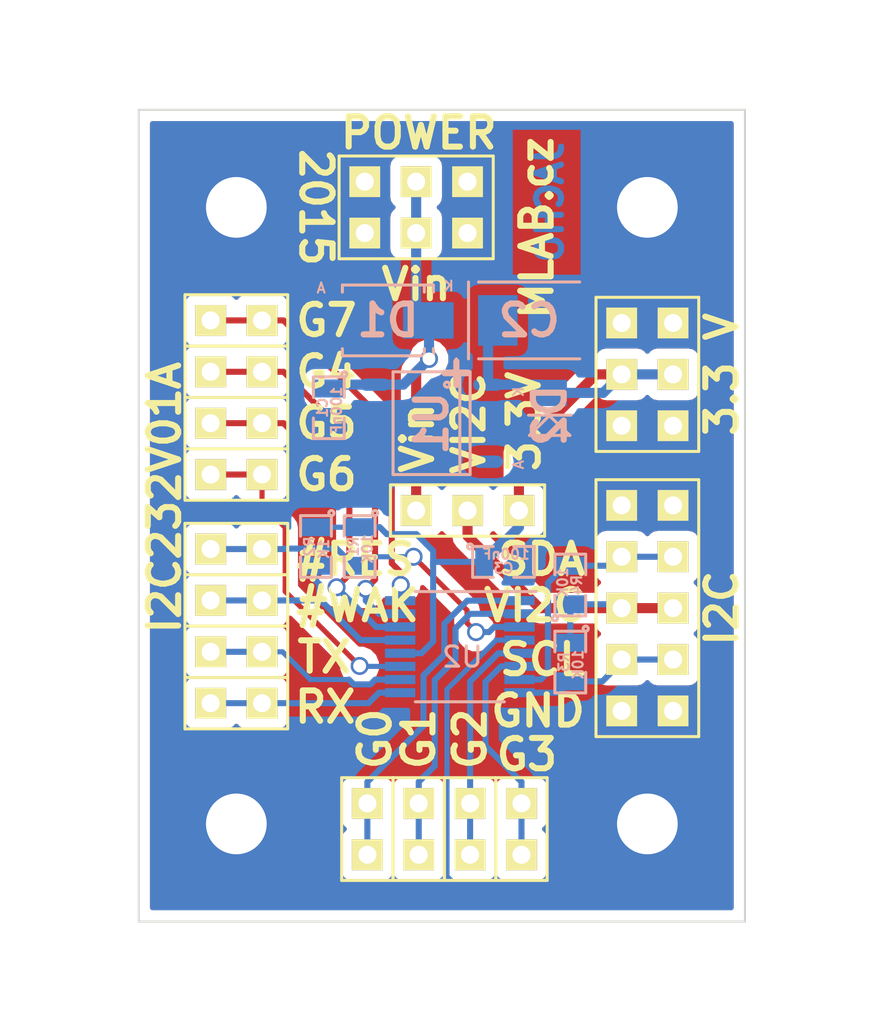
<source format=kicad_pcb>
(kicad_pcb (version 4) (host pcbnew 0.201503251001+5534~22~ubuntu14.04.1-product)

  (general
    (links 76)
    (no_connects 0)
    (area -6.604 -45.4585 38.892929 4.826001)
    (thickness 1.6)
    (drawings 33)
    (tracks 179)
    (zones 0)
    (modules 31)
    (nets 19)
  )

  (page A4)
  (layers
    (0 F.Cu signal)
    (31 B.Cu signal)
    (32 B.Adhes user)
    (33 F.Adhes user)
    (34 B.Paste user)
    (35 F.Paste user)
    (36 B.SilkS user)
    (37 F.SilkS user)
    (38 B.Mask user)
    (39 F.Mask user)
    (40 Dwgs.User user)
    (41 Cmts.User user)
    (42 Eco1.User user)
    (43 Eco2.User user)
    (44 Edge.Cuts user)
    (45 Margin user)
    (46 B.CrtYd user)
    (47 F.CrtYd user)
    (48 B.Fab user)
    (49 F.Fab user)
  )

  (setup
    (last_trace_width 0.3)
    (user_trace_width 0.3)
    (user_trace_width 0.4)
    (user_trace_width 0.5)
    (user_trace_width 0.6)
    (user_trace_width 0.7)
    (trace_clearance 0.254)
    (zone_clearance 0.508)
    (zone_45_only no)
    (trace_min 0.254)
    (segment_width 0.2)
    (edge_width 0.1)
    (via_size 0.889)
    (via_drill 0.635)
    (via_min_size 0.889)
    (via_min_drill 0.508)
    (uvia_size 0.508)
    (uvia_drill 0.127)
    (uvias_allowed no)
    (uvia_min_size 0.508)
    (uvia_min_drill 0.127)
    (pcb_text_width 0.3)
    (pcb_text_size 1.5 1.5)
    (mod_edge_width 0.15)
    (mod_text_size 1 1)
    (mod_text_width 0.15)
    (pad_size 6 6)
    (pad_drill 3)
    (pad_to_mask_clearance 0)
    (aux_axis_origin 0 0)
    (visible_elements 7FFFFF7F)
    (pcbplotparams
      (layerselection 0x011e0_80000001)
      (usegerberextensions false)
      (excludeedgelayer true)
      (linewidth 0.300000)
      (plotframeref false)
      (viasonmask false)
      (mode 1)
      (useauxorigin false)
      (hpglpennumber 1)
      (hpglpenspeed 20)
      (hpglpendiameter 15)
      (hpglpenoverlay 2)
      (psnegative false)
      (psa4output false)
      (plotreference true)
      (plotvalue true)
      (plotinvisibletext false)
      (padsonsilk false)
      (subtractmaskfromsilk false)
      (outputformat 1)
      (mirror false)
      (drillshape 0)
      (scaleselection 1)
      (outputdirectory ../CAM_PROFI/))
  )

  (net 0 "")
  (net 1 VCC)
  (net 2 GND)
  (net 3 +3V3)
  (net 4 /TX)
  (net 5 /RX)
  (net 6 /#RES)
  (net 7 /#WAK)
  (net 8 /G0)
  (net 9 /G1)
  (net 10 /G2)
  (net 11 /G3)
  (net 12 /G4)
  (net 13 /G5)
  (net 14 /G6)
  (net 15 "Net-(J15-Pad2)")
  (net 16 /SDA)
  (net 17 /SCL)
  (net 18 /G7)

  (net_class Default "Toto je výchozí třída sítě."
    (clearance 0.254)
    (trace_width 0.254)
    (via_dia 0.889)
    (via_drill 0.635)
    (uvia_dia 0.508)
    (uvia_drill 0.127)
    (add_net +3V3)
    (add_net /#RES)
    (add_net /#WAK)
    (add_net /G0)
    (add_net /G1)
    (add_net /G2)
    (add_net /G3)
    (add_net /G4)
    (add_net /G5)
    (add_net /G6)
    (add_net /G7)
    (add_net /RX)
    (add_net /SCL)
    (add_net /SDA)
    (add_net /TX)
    (add_net GND)
    (add_net "Net-(J15-Pad2)")
    (add_net VCC)
  )

  (module Mlab_Pin_Headers:Straight_2x03 (layer F.Cu) (tedit 5513237A) (tstamp 550FD042)
    (at 13.97 -35.56 90)
    (descr "pin header straight 2x03")
    (tags "pin header straight 2x03")
    (path /54FEA3F1)
    (fp_text reference J1 (at 0 -5.08 90) (layer F.SilkS) hide
      (effects (font (size 1.5 1.5) (thickness 0.15)))
    )
    (fp_text value JUMP_3X2 (at 0 5.08 90) (layer F.SilkS) hide
      (effects (font (size 1.5 1.5) (thickness 0.15)))
    )
    (fp_text user 1 (at -2.921 -2.54 90) (layer F.SilkS) hide
      (effects (font (size 0.5 0.5) (thickness 0.05)))
    )
    (fp_line (start -2.54 -3.81) (end 2.54 -3.81) (layer F.SilkS) (width 0.15))
    (fp_line (start 2.54 -3.81) (end 2.54 3.81) (layer F.SilkS) (width 0.15))
    (fp_line (start 2.54 3.81) (end -2.54 3.81) (layer F.SilkS) (width 0.15))
    (fp_line (start -2.54 3.81) (end -2.54 -3.81) (layer F.SilkS) (width 0.15))
    (pad 1 thru_hole rect (at -1.27 -2.54 90) (size 1.524 1.524) (drill 0.889) (layers *.Cu *.Mask F.SilkS)
      (net 2 GND))
    (pad 2 thru_hole rect (at 1.27 -2.54 90) (size 1.524 1.524) (drill 0.889) (layers *.Cu *.Mask F.SilkS)
      (net 2 GND))
    (pad 3 thru_hole rect (at -1.27 0 90) (size 1.524 1.524) (drill 0.889) (layers *.Cu *.Mask F.SilkS)
      (net 1 VCC))
    (pad 4 thru_hole rect (at 1.27 0 90) (size 1.524 1.524) (drill 0.889) (layers *.Cu *.Mask F.SilkS)
      (net 1 VCC))
    (pad 5 thru_hole rect (at -1.27 2.54 90) (size 1.524 1.524) (drill 0.889) (layers *.Cu *.Mask F.SilkS)
      (net 2 GND))
    (pad 6 thru_hole rect (at 1.27 2.54 90) (size 1.524 1.524) (drill 0.889) (layers *.Cu *.Mask F.SilkS)
      (net 2 GND))
    (model Pin_Headers/Pin_Header_Straight_2x03.wrl
      (at (xyz 0 0 0))
      (scale (xyz 1 1 1))
      (rotate (xyz 0 0 90))
    )
  )

  (module Mlab_Pin_Headers:Straight_2x01 (layer F.Cu) (tedit 55132330) (tstamp 550FD048)
    (at 5.08 -13.589)
    (descr "pin header straight 2x01")
    (tags "pin header straight 2x01")
    (path /54FECCFA)
    (fp_text reference J2 (at 0 -2.54) (layer F.SilkS) hide
      (effects (font (size 1.5 1.5) (thickness 0.15)))
    )
    (fp_text value JUMP_2x1 (at 0 2.54) (layer F.SilkS) hide
      (effects (font (size 1.5 1.5) (thickness 0.15)))
    )
    (fp_text user 1 (at -2.921 0) (layer F.SilkS) hide
      (effects (font (size 0.5 0.5) (thickness 0.05)))
    )
    (fp_line (start -2.54 -1.27) (end 2.54 -1.27) (layer F.SilkS) (width 0.15))
    (fp_line (start 2.54 -1.27) (end 2.54 1.27) (layer F.SilkS) (width 0.15))
    (fp_line (start 2.54 1.27) (end -2.54 1.27) (layer F.SilkS) (width 0.15))
    (fp_line (start -2.54 1.27) (end -2.54 -1.27) (layer F.SilkS) (width 0.15))
    (pad 1 thru_hole rect (at -1.27 0) (size 1.524 1.524) (drill 0.889) (layers *.Cu *.Mask F.SilkS)
      (net 4 /TX))
    (pad 2 thru_hole rect (at 1.27 0) (size 1.524 1.524) (drill 0.889) (layers *.Cu *.Mask F.SilkS)
      (net 4 /TX))
    (model Pin_Headers/Pin_Header_Straight_2x01.wrl
      (at (xyz 0 0 0))
      (scale (xyz 1 1 1))
      (rotate (xyz 0 0 90))
    )
  )

  (module Mlab_Pin_Headers:Straight_2x01 (layer F.Cu) (tedit 55132333) (tstamp 550FD04E)
    (at 5.08 -11.049)
    (descr "pin header straight 2x01")
    (tags "pin header straight 2x01")
    (path /54FECDEA)
    (fp_text reference J3 (at 0 -2.54) (layer F.SilkS) hide
      (effects (font (size 1.5 1.5) (thickness 0.15)))
    )
    (fp_text value JUMP_2x1 (at 0 2.54) (layer F.SilkS) hide
      (effects (font (size 1.5 1.5) (thickness 0.15)))
    )
    (fp_text user 1 (at -2.921 0) (layer F.SilkS) hide
      (effects (font (size 0.5 0.5) (thickness 0.05)))
    )
    (fp_line (start -2.54 -1.27) (end 2.54 -1.27) (layer F.SilkS) (width 0.15))
    (fp_line (start 2.54 -1.27) (end 2.54 1.27) (layer F.SilkS) (width 0.15))
    (fp_line (start 2.54 1.27) (end -2.54 1.27) (layer F.SilkS) (width 0.15))
    (fp_line (start -2.54 1.27) (end -2.54 -1.27) (layer F.SilkS) (width 0.15))
    (pad 1 thru_hole rect (at -1.27 0) (size 1.524 1.524) (drill 0.889) (layers *.Cu *.Mask F.SilkS)
      (net 5 /RX))
    (pad 2 thru_hole rect (at 1.27 0) (size 1.524 1.524) (drill 0.889) (layers *.Cu *.Mask F.SilkS)
      (net 5 /RX))
    (model Pin_Headers/Pin_Header_Straight_2x01.wrl
      (at (xyz 0 0 0))
      (scale (xyz 1 1 1))
      (rotate (xyz 0 0 90))
    )
  )

  (module Mlab_Pin_Headers:Straight_2x01 (layer F.Cu) (tedit 55132329) (tstamp 550FD054)
    (at 5.08 -18.669 180)
    (descr "pin header straight 2x01")
    (tags "pin header straight 2x01")
    (path /54FEC889)
    (fp_text reference J4 (at 0 -2.54 180) (layer F.SilkS) hide
      (effects (font (size 1.5 1.5) (thickness 0.15)))
    )
    (fp_text value JUMP_2x1 (at 0 2.54 180) (layer F.SilkS) hide
      (effects (font (size 1.5 1.5) (thickness 0.15)))
    )
    (fp_text user 1 (at -2.921 0 180) (layer F.SilkS) hide
      (effects (font (size 0.5 0.5) (thickness 0.05)))
    )
    (fp_line (start -2.54 -1.27) (end 2.54 -1.27) (layer F.SilkS) (width 0.15))
    (fp_line (start 2.54 -1.27) (end 2.54 1.27) (layer F.SilkS) (width 0.15))
    (fp_line (start 2.54 1.27) (end -2.54 1.27) (layer F.SilkS) (width 0.15))
    (fp_line (start -2.54 1.27) (end -2.54 -1.27) (layer F.SilkS) (width 0.15))
    (pad 1 thru_hole rect (at -1.27 0 180) (size 1.524 1.524) (drill 0.889) (layers *.Cu *.Mask F.SilkS)
      (net 6 /#RES))
    (pad 2 thru_hole rect (at 1.27 0 180) (size 1.524 1.524) (drill 0.889) (layers *.Cu *.Mask F.SilkS)
      (net 6 /#RES))
    (model Pin_Headers/Pin_Header_Straight_2x01.wrl
      (at (xyz 0 0 0))
      (scale (xyz 1 1 1))
      (rotate (xyz 0 0 90))
    )
  )

  (module Mlab_Pin_Headers:Straight_2x01 (layer F.Cu) (tedit 5513232D) (tstamp 550FD05A)
    (at 5.08 -16.129)
    (descr "pin header straight 2x01")
    (tags "pin header straight 2x01")
    (path /54FEC97D)
    (fp_text reference J5 (at 0 -2.54) (layer F.SilkS) hide
      (effects (font (size 1.5 1.5) (thickness 0.15)))
    )
    (fp_text value JUMP_2x1 (at 0 2.54) (layer F.SilkS) hide
      (effects (font (size 1.5 1.5) (thickness 0.15)))
    )
    (fp_text user 1 (at -2.921 0) (layer F.SilkS) hide
      (effects (font (size 0.5 0.5) (thickness 0.05)))
    )
    (fp_line (start -2.54 -1.27) (end 2.54 -1.27) (layer F.SilkS) (width 0.15))
    (fp_line (start 2.54 -1.27) (end 2.54 1.27) (layer F.SilkS) (width 0.15))
    (fp_line (start 2.54 1.27) (end -2.54 1.27) (layer F.SilkS) (width 0.15))
    (fp_line (start -2.54 1.27) (end -2.54 -1.27) (layer F.SilkS) (width 0.15))
    (pad 1 thru_hole rect (at -1.27 0) (size 1.524 1.524) (drill 0.889) (layers *.Cu *.Mask F.SilkS)
      (net 7 /#WAK))
    (pad 2 thru_hole rect (at 1.27 0) (size 1.524 1.524) (drill 0.889) (layers *.Cu *.Mask F.SilkS)
      (net 7 /#WAK))
    (model Pin_Headers/Pin_Header_Straight_2x01.wrl
      (at (xyz 0 0 0))
      (scale (xyz 1 1 1))
      (rotate (xyz 0 0 90))
    )
  )

  (module Mlab_Pin_Headers:Straight_2x03 (layer F.Cu) (tedit 551313A2) (tstamp 550FD064)
    (at 25.4 -27.305)
    (descr "pin header straight 2x03")
    (tags "pin header straight 2x03")
    (path /54FEB2CA)
    (fp_text reference J6 (at 0 -5.08) (layer F.SilkS) hide
      (effects (font (size 1.5 1.5) (thickness 0.15)))
    )
    (fp_text value JUMP_3X2 (at 0 5.08) (layer F.SilkS) hide
      (effects (font (size 1.5 1.5) (thickness 0.15)))
    )
    (fp_text user 1 (at -2.921 -2.54) (layer F.SilkS) hide
      (effects (font (size 0.5 0.5) (thickness 0.05)))
    )
    (fp_line (start -2.54 -3.81) (end 2.54 -3.81) (layer F.SilkS) (width 0.15))
    (fp_line (start 2.54 -3.81) (end 2.54 3.81) (layer F.SilkS) (width 0.15))
    (fp_line (start 2.54 3.81) (end -2.54 3.81) (layer F.SilkS) (width 0.15))
    (fp_line (start -2.54 3.81) (end -2.54 -3.81) (layer F.SilkS) (width 0.15))
    (pad 1 thru_hole rect (at -1.27 -2.54) (size 1.524 1.524) (drill 0.889) (layers *.Cu *.Mask F.SilkS)
      (net 2 GND))
    (pad 2 thru_hole rect (at 1.27 -2.54) (size 1.524 1.524) (drill 0.889) (layers *.Cu *.Mask F.SilkS)
      (net 2 GND))
    (pad 3 thru_hole rect (at -1.27 0) (size 1.524 1.524) (drill 0.889) (layers *.Cu *.Mask F.SilkS)
      (net 3 +3V3))
    (pad 4 thru_hole rect (at 1.27 0) (size 1.524 1.524) (drill 0.889) (layers *.Cu *.Mask F.SilkS)
      (net 3 +3V3))
    (pad 5 thru_hole rect (at -1.27 2.54) (size 1.524 1.524) (drill 0.889) (layers *.Cu *.Mask F.SilkS)
      (net 2 GND))
    (pad 6 thru_hole rect (at 1.27 2.54) (size 1.524 1.524) (drill 0.889) (layers *.Cu *.Mask F.SilkS)
      (net 2 GND))
    (model Pin_Headers/Pin_Header_Straight_2x03.wrl
      (at (xyz 0 0 0))
      (scale (xyz 1 1 1))
      (rotate (xyz 0 0 90))
    )
  )

  (module Mlab_Pin_Headers:Straight_2x01 (layer F.Cu) (tedit 5513233F) (tstamp 550FD06A)
    (at 11.557 -4.826 90)
    (descr "pin header straight 2x01")
    (tags "pin header straight 2x01")
    (path /54FED10B)
    (fp_text reference J7 (at 0 -2.54 90) (layer F.SilkS) hide
      (effects (font (size 1.5 1.5) (thickness 0.15)))
    )
    (fp_text value JUMP_2x1 (at 0 2.54 90) (layer F.SilkS) hide
      (effects (font (size 1.5 1.5) (thickness 0.15)))
    )
    (fp_text user 1 (at -2.921 0 90) (layer F.SilkS) hide
      (effects (font (size 0.5 0.5) (thickness 0.05)))
    )
    (fp_line (start -2.54 -1.27) (end 2.54 -1.27) (layer F.SilkS) (width 0.15))
    (fp_line (start 2.54 -1.27) (end 2.54 1.27) (layer F.SilkS) (width 0.15))
    (fp_line (start 2.54 1.27) (end -2.54 1.27) (layer F.SilkS) (width 0.15))
    (fp_line (start -2.54 1.27) (end -2.54 -1.27) (layer F.SilkS) (width 0.15))
    (pad 1 thru_hole rect (at -1.27 0 90) (size 1.524 1.524) (drill 0.889) (layers *.Cu *.Mask F.SilkS)
      (net 8 /G0))
    (pad 2 thru_hole rect (at 1.27 0 90) (size 1.524 1.524) (drill 0.889) (layers *.Cu *.Mask F.SilkS)
      (net 8 /G0))
    (model Pin_Headers/Pin_Header_Straight_2x01.wrl
      (at (xyz 0 0 0))
      (scale (xyz 1 1 1))
      (rotate (xyz 0 0 90))
    )
  )

  (module Mlab_Pin_Headers:Straight_2x01 (layer F.Cu) (tedit 55132341) (tstamp 550FD070)
    (at 14.097 -4.826 90)
    (descr "pin header straight 2x01")
    (tags "pin header straight 2x01")
    (path /54FED0DB)
    (fp_text reference J8 (at 0 -2.54 90) (layer F.SilkS) hide
      (effects (font (size 1.5 1.5) (thickness 0.15)))
    )
    (fp_text value JUMP_2x1 (at 0 2.54 90) (layer F.SilkS) hide
      (effects (font (size 1.5 1.5) (thickness 0.15)))
    )
    (fp_text user 1 (at -2.921 0 90) (layer F.SilkS) hide
      (effects (font (size 0.5 0.5) (thickness 0.05)))
    )
    (fp_line (start -2.54 -1.27) (end 2.54 -1.27) (layer F.SilkS) (width 0.15))
    (fp_line (start 2.54 -1.27) (end 2.54 1.27) (layer F.SilkS) (width 0.15))
    (fp_line (start 2.54 1.27) (end -2.54 1.27) (layer F.SilkS) (width 0.15))
    (fp_line (start -2.54 1.27) (end -2.54 -1.27) (layer F.SilkS) (width 0.15))
    (pad 1 thru_hole rect (at -1.27 0 90) (size 1.524 1.524) (drill 0.889) (layers *.Cu *.Mask F.SilkS)
      (net 9 /G1))
    (pad 2 thru_hole rect (at 1.27 0 90) (size 1.524 1.524) (drill 0.889) (layers *.Cu *.Mask F.SilkS)
      (net 9 /G1))
    (model Pin_Headers/Pin_Header_Straight_2x01.wrl
      (at (xyz 0 0 0))
      (scale (xyz 1 1 1))
      (rotate (xyz 0 0 90))
    )
  )

  (module Mlab_Pin_Headers:Straight_2x01 (layer F.Cu) (tedit 55132345) (tstamp 550FD076)
    (at 16.637 -4.826 270)
    (descr "pin header straight 2x01")
    (tags "pin header straight 2x01")
    (path /54FED0AC)
    (fp_text reference J9 (at 0 -2.54 270) (layer F.SilkS) hide
      (effects (font (size 1.5 1.5) (thickness 0.15)))
    )
    (fp_text value JUMP_2x1 (at 0 2.54 270) (layer F.SilkS) hide
      (effects (font (size 1.5 1.5) (thickness 0.15)))
    )
    (fp_text user 1 (at -2.921 0 270) (layer F.SilkS) hide
      (effects (font (size 0.5 0.5) (thickness 0.05)))
    )
    (fp_line (start -2.54 -1.27) (end 2.54 -1.27) (layer F.SilkS) (width 0.15))
    (fp_line (start 2.54 -1.27) (end 2.54 1.27) (layer F.SilkS) (width 0.15))
    (fp_line (start 2.54 1.27) (end -2.54 1.27) (layer F.SilkS) (width 0.15))
    (fp_line (start -2.54 1.27) (end -2.54 -1.27) (layer F.SilkS) (width 0.15))
    (pad 1 thru_hole rect (at -1.27 0 270) (size 1.524 1.524) (drill 0.889) (layers *.Cu *.Mask F.SilkS)
      (net 10 /G2))
    (pad 2 thru_hole rect (at 1.27 0 270) (size 1.524 1.524) (drill 0.889) (layers *.Cu *.Mask F.SilkS)
      (net 10 /G2))
    (model Pin_Headers/Pin_Header_Straight_2x01.wrl
      (at (xyz 0 0 0))
      (scale (xyz 1 1 1))
      (rotate (xyz 0 0 90))
    )
  )

  (module Mlab_Pin_Headers:Straight_2x01 (layer F.Cu) (tedit 5513234A) (tstamp 55102FAB)
    (at 19.177 -4.826 270)
    (descr "pin header straight 2x01")
    (tags "pin header straight 2x01")
    (path /54FED07E)
    (fp_text reference J10 (at 0 -2.54 270) (layer F.SilkS) hide
      (effects (font (size 1.5 1.5) (thickness 0.15)))
    )
    (fp_text value JUMP_2x1 (at 0 2.54 270) (layer F.SilkS) hide
      (effects (font (size 1.5 1.5) (thickness 0.15)))
    )
    (fp_text user 1 (at -2.921 0 270) (layer F.SilkS) hide
      (effects (font (size 0.5 0.5) (thickness 0.05)))
    )
    (fp_line (start -2.54 -1.27) (end 2.54 -1.27) (layer F.SilkS) (width 0.15))
    (fp_line (start 2.54 -1.27) (end 2.54 1.27) (layer F.SilkS) (width 0.15))
    (fp_line (start 2.54 1.27) (end -2.54 1.27) (layer F.SilkS) (width 0.15))
    (fp_line (start -2.54 1.27) (end -2.54 -1.27) (layer F.SilkS) (width 0.15))
    (pad 1 thru_hole rect (at -1.27 0 270) (size 1.524 1.524) (drill 0.889) (layers *.Cu *.Mask F.SilkS)
      (net 11 /G3))
    (pad 2 thru_hole rect (at 1.27 0 270) (size 1.524 1.524) (drill 0.889) (layers *.Cu *.Mask F.SilkS)
      (net 11 /G3))
    (model Pin_Headers/Pin_Header_Straight_2x01.wrl
      (at (xyz 0 0 0))
      (scale (xyz 1 1 1))
      (rotate (xyz 0 0 90))
    )
  )

  (module Mlab_Pin_Headers:Straight_2x01 (layer F.Cu) (tedit 5513230D) (tstamp 550FD082)
    (at 5.08 -27.432 180)
    (descr "pin header straight 2x01")
    (tags "pin header straight 2x01")
    (path /54FED04D)
    (fp_text reference J11 (at 0 -2.54 180) (layer F.SilkS) hide
      (effects (font (size 1.5 1.5) (thickness 0.15)))
    )
    (fp_text value JUMP_2x1 (at 0 2.54 180) (layer F.SilkS) hide
      (effects (font (size 1.5 1.5) (thickness 0.15)))
    )
    (fp_text user 1 (at -2.921 0 180) (layer F.SilkS) hide
      (effects (font (size 0.5 0.5) (thickness 0.05)))
    )
    (fp_line (start -2.54 -1.27) (end 2.54 -1.27) (layer F.SilkS) (width 0.15))
    (fp_line (start 2.54 -1.27) (end 2.54 1.27) (layer F.SilkS) (width 0.15))
    (fp_line (start 2.54 1.27) (end -2.54 1.27) (layer F.SilkS) (width 0.15))
    (fp_line (start -2.54 1.27) (end -2.54 -1.27) (layer F.SilkS) (width 0.15))
    (pad 1 thru_hole rect (at -1.27 0 180) (size 1.524 1.524) (drill 0.889) (layers *.Cu *.Mask F.SilkS)
      (net 12 /G4))
    (pad 2 thru_hole rect (at 1.27 0 180) (size 1.524 1.524) (drill 0.889) (layers *.Cu *.Mask F.SilkS)
      (net 12 /G4))
    (model Pin_Headers/Pin_Header_Straight_2x01.wrl
      (at (xyz 0 0 0))
      (scale (xyz 1 1 1))
      (rotate (xyz 0 0 90))
    )
  )

  (module Mlab_Pin_Headers:Straight_2x01 (layer F.Cu) (tedit 55132311) (tstamp 550FD088)
    (at 5.08 -24.892)
    (descr "pin header straight 2x01")
    (tags "pin header straight 2x01")
    (path /54FED021)
    (fp_text reference J12 (at 0 -2.54) (layer F.SilkS) hide
      (effects (font (size 1.5 1.5) (thickness 0.15)))
    )
    (fp_text value JUMP_2x1 (at 0 2.54) (layer F.SilkS) hide
      (effects (font (size 1.5 1.5) (thickness 0.15)))
    )
    (fp_text user 1 (at -2.921 0) (layer F.SilkS) hide
      (effects (font (size 0.5 0.5) (thickness 0.05)))
    )
    (fp_line (start -2.54 -1.27) (end 2.54 -1.27) (layer F.SilkS) (width 0.15))
    (fp_line (start 2.54 -1.27) (end 2.54 1.27) (layer F.SilkS) (width 0.15))
    (fp_line (start 2.54 1.27) (end -2.54 1.27) (layer F.SilkS) (width 0.15))
    (fp_line (start -2.54 1.27) (end -2.54 -1.27) (layer F.SilkS) (width 0.15))
    (pad 1 thru_hole rect (at -1.27 0) (size 1.524 1.524) (drill 0.889) (layers *.Cu *.Mask F.SilkS)
      (net 13 /G5))
    (pad 2 thru_hole rect (at 1.27 0) (size 1.524 1.524) (drill 0.889) (layers *.Cu *.Mask F.SilkS)
      (net 13 /G5))
    (model Pin_Headers/Pin_Header_Straight_2x01.wrl
      (at (xyz 0 0 0))
      (scale (xyz 1 1 1))
      (rotate (xyz 0 0 90))
    )
  )

  (module Mlab_Pin_Headers:Straight_2x01 (layer F.Cu) (tedit 55132318) (tstamp 550FD08E)
    (at 5.08 -22.352 180)
    (descr "pin header straight 2x01")
    (tags "pin header straight 2x01")
    (path /54FECFF6)
    (fp_text reference J13 (at 0 -2.54 180) (layer F.SilkS) hide
      (effects (font (size 1.5 1.5) (thickness 0.15)))
    )
    (fp_text value JUMP_2x1 (at 0 2.54 180) (layer F.SilkS) hide
      (effects (font (size 1.5 1.5) (thickness 0.15)))
    )
    (fp_text user 1 (at -2.921 0 180) (layer F.SilkS) hide
      (effects (font (size 0.5 0.5) (thickness 0.05)))
    )
    (fp_line (start -2.54 -1.27) (end 2.54 -1.27) (layer F.SilkS) (width 0.15))
    (fp_line (start 2.54 -1.27) (end 2.54 1.27) (layer F.SilkS) (width 0.15))
    (fp_line (start 2.54 1.27) (end -2.54 1.27) (layer F.SilkS) (width 0.15))
    (fp_line (start -2.54 1.27) (end -2.54 -1.27) (layer F.SilkS) (width 0.15))
    (pad 1 thru_hole rect (at -1.27 0 180) (size 1.524 1.524) (drill 0.889) (layers *.Cu *.Mask F.SilkS)
      (net 14 /G6))
    (pad 2 thru_hole rect (at 1.27 0 180) (size 1.524 1.524) (drill 0.889) (layers *.Cu *.Mask F.SilkS)
      (net 14 /G6))
    (model Pin_Headers/Pin_Header_Straight_2x01.wrl
      (at (xyz 0 0 0))
      (scale (xyz 1 1 1))
      (rotate (xyz 0 0 90))
    )
  )

  (module Mlab_Pin_Headers:Straight_2x01 (layer F.Cu) (tedit 55132309) (tstamp 550FE138)
    (at 5.08 -29.972)
    (descr "pin header straight 2x01")
    (tags "pin header straight 2x01")
    (path /54FECF96)
    (fp_text reference J14 (at 0 -2.54) (layer F.SilkS) hide
      (effects (font (size 1.5 1.5) (thickness 0.15)))
    )
    (fp_text value JUMP_2x1 (at 0 2.54) (layer F.SilkS) hide
      (effects (font (size 1.5 1.5) (thickness 0.15)))
    )
    (fp_text user 1 (at -2.921 0) (layer F.SilkS) hide
      (effects (font (size 0.5 0.5) (thickness 0.05)))
    )
    (fp_line (start -2.54 -1.27) (end 2.54 -1.27) (layer F.SilkS) (width 0.15))
    (fp_line (start 2.54 -1.27) (end 2.54 1.27) (layer F.SilkS) (width 0.15))
    (fp_line (start 2.54 1.27) (end -2.54 1.27) (layer F.SilkS) (width 0.15))
    (fp_line (start -2.54 1.27) (end -2.54 -1.27) (layer F.SilkS) (width 0.15))
    (pad 1 thru_hole rect (at -1.27 0) (size 1.524 1.524) (drill 0.889) (layers *.Cu *.Mask F.SilkS)
      (net 18 /G7))
    (pad 2 thru_hole rect (at 1.27 0) (size 1.524 1.524) (drill 0.889) (layers *.Cu *.Mask F.SilkS)
      (net 18 /G7))
    (model Pin_Headers/Pin_Header_Straight_2x01.wrl
      (at (xyz 0 0 0))
      (scale (xyz 1 1 1))
      (rotate (xyz 0 0 90))
    )
  )

  (module Mlab_Pin_Headers:Straight_1x03 (layer F.Cu) (tedit 5513139C) (tstamp 551037B0)
    (at 16.51 -20.574 270)
    (descr "pin header straight 1x03")
    (tags "pin header straight 1x03")
    (path /550FDBDB)
    (fp_text reference J15 (at 0 -5.08 270) (layer F.SilkS) hide
      (effects (font (size 1.5 1.5) (thickness 0.15)))
    )
    (fp_text value CONN_3 (at 0 5.08 270) (layer F.SilkS) hide
      (effects (font (size 1.5 1.5) (thickness 0.15)))
    )
    (fp_text user 1 (at -1.651 -2.54 270) (layer F.SilkS) hide
      (effects (font (size 0.5 0.5) (thickness 0.05)))
    )
    (fp_line (start -1.27 -3.81) (end 1.27 -3.81) (layer F.SilkS) (width 0.15))
    (fp_line (start 1.27 -3.81) (end 1.27 3.81) (layer F.SilkS) (width 0.15))
    (fp_line (start 1.27 3.81) (end -1.27 3.81) (layer F.SilkS) (width 0.15))
    (fp_line (start -1.27 3.81) (end -1.27 -3.81) (layer F.SilkS) (width 0.15))
    (pad 3 thru_hole rect (at 0 2.54 270) (size 1.524 1.524) (drill 0.889) (layers *.Cu *.Mask F.SilkS)
      (net 1 VCC))
    (pad 2 thru_hole rect (at 0 0 270) (size 1.524 1.524) (drill 0.889) (layers *.Cu *.Mask F.SilkS)
      (net 15 "Net-(J15-Pad2)"))
    (pad 1 thru_hole rect (at 0 -2.54 270) (size 1.524 1.524) (drill 0.889) (layers *.Cu *.Mask F.SilkS)
      (net 3 +3V3))
    (model Pin_Headers/Pin_Header_Straight_1x03.wrl
      (at (xyz 0 0 0))
      (scale (xyz 1 1 1))
      (rotate (xyz 0 0 90))
    )
  )

  (module Mlab_Pin_Headers:Straight_2x05 (layer F.Cu) (tedit 5513139F) (tstamp 550FD0A9)
    (at 25.4 -15.748)
    (descr "pin header straight 2x05")
    (tags "pin header straight 2x05")
    (path /550FDACD)
    (fp_text reference J16 (at 0 -7.62) (layer F.SilkS) hide
      (effects (font (size 1.5 1.5) (thickness 0.15)))
    )
    (fp_text value JUMP_5X2 (at 0 7.62) (layer F.SilkS) hide
      (effects (font (size 1.5 1.5) (thickness 0.15)))
    )
    (fp_text user 1 (at -2.921 -5.08) (layer F.SilkS) hide
      (effects (font (size 0.5 0.5) (thickness 0.05)))
    )
    (fp_line (start -2.54 -6.35) (end 2.54 -6.35) (layer F.SilkS) (width 0.15))
    (fp_line (start 2.54 -6.35) (end 2.54 6.35) (layer F.SilkS) (width 0.15))
    (fp_line (start 2.54 6.35) (end -2.54 6.35) (layer F.SilkS) (width 0.15))
    (fp_line (start -2.54 6.35) (end -2.54 -6.35) (layer F.SilkS) (width 0.15))
    (pad 1 thru_hole rect (at -1.27 -5.08) (size 1.524 1.524) (drill 0.889) (layers *.Cu *.Mask F.SilkS)
      (net 2 GND))
    (pad 2 thru_hole rect (at 1.27 -5.08) (size 1.524 1.524) (drill 0.889) (layers *.Cu *.Mask F.SilkS)
      (net 2 GND))
    (pad 3 thru_hole rect (at -1.27 -2.54) (size 1.524 1.524) (drill 0.889) (layers *.Cu *.Mask F.SilkS)
      (net 16 /SDA))
    (pad 4 thru_hole rect (at 1.27 -2.54) (size 1.524 1.524) (drill 0.889) (layers *.Cu *.Mask F.SilkS)
      (net 16 /SDA))
    (pad 5 thru_hole rect (at -1.27 0) (size 1.524 1.524) (drill 0.889) (layers *.Cu *.Mask F.SilkS)
      (net 15 "Net-(J15-Pad2)"))
    (pad 6 thru_hole rect (at 1.27 0) (size 1.524 1.524) (drill 0.889) (layers *.Cu *.Mask F.SilkS)
      (net 15 "Net-(J15-Pad2)"))
    (pad 7 thru_hole rect (at -1.27 2.54) (size 1.524 1.524) (drill 0.889) (layers *.Cu *.Mask F.SilkS)
      (net 17 /SCL))
    (pad 8 thru_hole rect (at 1.27 2.54) (size 1.524 1.524) (drill 0.889) (layers *.Cu *.Mask F.SilkS)
      (net 17 /SCL))
    (pad 9 thru_hole rect (at -1.27 5.08) (size 1.524 1.524) (drill 0.889) (layers *.Cu *.Mask F.SilkS)
      (net 2 GND))
    (pad 10 thru_hole rect (at 1.27 5.08) (size 1.524 1.524) (drill 0.889) (layers *.Cu *.Mask F.SilkS)
      (net 2 GND))
    (model Pin_Headers/Pin_Header_Straight_2x05.wrl
      (at (xyz 0 0 0))
      (scale (xyz 1 1 1))
      (rotate (xyz 0 0 90))
    )
  )

  (module Mlab_Mechanical:MountingHole_3mm placed (layer F.Cu) (tedit 55102FC1) (tstamp 550FD3AB)
    (at 5.08 -35.56)
    (descr "Mounting hole, Befestigungsbohrung, 3mm, No Annular, Kein Restring,")
    (tags "Mounting hole, Befestigungsbohrung, 3mm, No Annular, Kein Restring,")
    (path /54FF23EE)
    (fp_text reference P4 (at 0 -4.191) (layer F.SilkS) hide
      (effects (font (thickness 0.3048)))
    )
    (fp_text value sroub (at 0 4.191) (layer F.SilkS) hide
      (effects (font (thickness 0.3048)))
    )
    (fp_circle (center 0 0) (end 2.99974 0) (layer Cmts.User) (width 0.381))
    (pad 1 thru_hole circle (at 0 0) (size 6 6) (drill 3) (layers *.Cu *.Adhes *.Mask)
      (net 2 GND) (clearance 1) (zone_connect 2))
  )

  (module Mlab_Mechanical:MountingHole_3mm placed (layer F.Cu) (tedit 55102FD0) (tstamp 550FDC1E)
    (at 5.08 -5.08)
    (descr "Mounting hole, Befestigungsbohrung, 3mm, No Annular, Kein Restring,")
    (tags "Mounting hole, Befestigungsbohrung, 3mm, No Annular, Kein Restring,")
    (path /54FF23A3)
    (fp_text reference P3 (at 0 -4.191) (layer F.SilkS) hide
      (effects (font (thickness 0.3048)))
    )
    (fp_text value sroub (at 0 4.191) (layer F.SilkS) hide
      (effects (font (thickness 0.3048)))
    )
    (fp_circle (center 0 0) (end 2.99974 0) (layer Cmts.User) (width 0.381))
    (pad 1 thru_hole circle (at 0 0) (size 6 6) (drill 3) (layers *.Cu *.Adhes *.Mask)
      (net 2 GND) (clearance 1) (zone_connect 2))
  )

  (module Mlab_Mechanical:MountingHole_3mm placed (layer F.Cu) (tedit 55102FC4) (tstamp 550FD3A1)
    (at 25.4 -35.56)
    (descr "Mounting hole, Befestigungsbohrung, 3mm, No Annular, Kein Restring,")
    (tags "Mounting hole, Befestigungsbohrung, 3mm, No Annular, Kein Restring,")
    (path /54FF2363)
    (fp_text reference P2 (at 0 -4.191) (layer F.SilkS) hide
      (effects (font (thickness 0.3048)))
    )
    (fp_text value sroub (at 0 4.191) (layer F.SilkS) hide
      (effects (font (thickness 0.3048)))
    )
    (fp_circle (center 0 0) (end 2.99974 0) (layer Cmts.User) (width 0.381))
    (pad 1 thru_hole circle (at 0 0) (size 6 6) (drill 3) (layers *.Cu *.Adhes *.Mask)
      (net 2 GND) (clearance 1) (zone_connect 2))
  )

  (module Mlab_Mechanical:MountingHole_3mm placed (layer F.Cu) (tedit 55102FCC) (tstamp 550FD39C)
    (at 25.4 -5.08)
    (descr "Mounting hole, Befestigungsbohrung, 3mm, No Annular, Kein Restring,")
    (tags "Mounting hole, Befestigungsbohrung, 3mm, No Annular, Kein Restring,")
    (path /54FF1DA9)
    (fp_text reference P1 (at 0 -4.191) (layer F.SilkS) hide
      (effects (font (thickness 0.3048)))
    )
    (fp_text value sroub (at 0 4.191) (layer F.SilkS) hide
      (effects (font (thickness 0.3048)))
    )
    (fp_circle (center 0 0) (end 2.99974 0) (layer Cmts.User) (width 0.381))
    (pad 1 thru_hole circle (at 0 0) (size 6 6) (drill 3) (layers *.Cu *.Adhes *.Mask)
      (net 2 GND) (clearance 1) (zone_connect 2))
  )

  (module Mlab_IO:SO-8 (layer B.Cu) (tedit 5479A0C5) (tstamp 550FD0CD)
    (at 14.732 -24.892 270)
    (descr "SO-8 Surface Mount Small Outline 150mil 8pin Package")
    (tags "Power Integrations D Package")
    (path /54FE9EEB)
    (fp_text reference U1 (at 0 0 270) (layer B.SilkS)
      (effects (font (thickness 0.3048)) (justify mirror))
    )
    (fp_text value LE33CD (at 0 0 270) (layer B.SilkS) hide
      (effects (font (thickness 0.3048)) (justify mirror))
    )
    (fp_circle (center -1.905 -0.762) (end -1.778 -0.762) (layer B.SilkS) (width 0.15))
    (fp_line (start -2.54 -1.397) (end 2.54 -1.397) (layer B.SilkS) (width 0.15))
    (fp_line (start -2.54 1.905) (end 2.54 1.905) (layer B.SilkS) (width 0.15))
    (fp_line (start -2.54 -1.905) (end 2.54 -1.905) (layer B.SilkS) (width 0.15))
    (fp_line (start -2.54 -1.905) (end -2.54 1.905) (layer B.SilkS) (width 0.15))
    (fp_line (start 2.54 -1.905) (end 2.54 1.905) (layer B.SilkS) (width 0.15))
    (pad 1 smd oval (at -1.905 -2.794 270) (size 0.6096 1.4732) (layers B.Cu B.Paste B.Mask)
      (net 3 +3V3))
    (pad 2 smd oval (at -0.635 -2.794 270) (size 0.6096 1.4732) (layers B.Cu B.Paste B.Mask)
      (net 2 GND))
    (pad 3 smd oval (at 0.635 -2.794 270) (size 0.6096 1.4732) (layers B.Cu B.Paste B.Mask)
      (net 2 GND))
    (pad 4 smd oval (at 1.905 -2.794 270) (size 0.6096 1.4732) (layers B.Cu B.Paste B.Mask))
    (pad 5 smd oval (at 1.905 2.794 270) (size 0.6096 1.4732) (layers B.Cu B.Paste B.Mask)
      (net 2 GND))
    (pad 6 smd oval (at 0.635 2.794 270) (size 0.6096 1.4732) (layers B.Cu B.Paste B.Mask)
      (net 2 GND))
    (pad 7 smd oval (at -0.635 2.794 270) (size 0.6096 1.4732) (layers B.Cu B.Paste B.Mask)
      (net 2 GND))
    (pad 8 smd oval (at -1.905 2.794 270) (size 0.6096 1.4732) (layers B.Cu B.Paste B.Mask)
      (net 1 VCC))
    (model MLAB_3D/IO/cms_so8.wrl
      (at (xyz 0 0 0))
      (scale (xyz 0.5 0.4 0.45))
      (rotate (xyz 0 0 0))
    )
  )

  (module Mlab_R:SMD-0805 (layer B.Cu) (tedit 54799E0C) (tstamp 550FD0C1)
    (at 21.59 -16.891 90)
    (path /54FE9E78)
    (attr smd)
    (fp_text reference R4 (at 0 0.3175 90) (layer B.SilkS)
      (effects (font (size 0.50038 0.50038) (thickness 0.10922)) (justify mirror))
    )
    (fp_text value 10K (at 0.127 -0.381 90) (layer B.SilkS)
      (effects (font (size 0.50038 0.50038) (thickness 0.10922)) (justify mirror))
    )
    (fp_circle (center -1.651 -0.762) (end -1.651 -0.635) (layer B.SilkS) (width 0.15))
    (fp_line (start -0.508 -0.762) (end -1.524 -0.762) (layer B.SilkS) (width 0.15))
    (fp_line (start -1.524 -0.762) (end -1.524 0.762) (layer B.SilkS) (width 0.15))
    (fp_line (start -1.524 0.762) (end -0.508 0.762) (layer B.SilkS) (width 0.15))
    (fp_line (start 0.508 0.762) (end 1.524 0.762) (layer B.SilkS) (width 0.15))
    (fp_line (start 1.524 0.762) (end 1.524 -0.762) (layer B.SilkS) (width 0.15))
    (fp_line (start 1.524 -0.762) (end 0.508 -0.762) (layer B.SilkS) (width 0.15))
    (pad 1 smd rect (at -0.9525 0 90) (size 0.889 1.397) (layers B.Cu B.Paste B.Mask)
      (net 15 "Net-(J15-Pad2)"))
    (pad 2 smd rect (at 0.9525 0 90) (size 0.889 1.397) (layers B.Cu B.Paste B.Mask)
      (net 16 /SDA))
    (model MLAB_3D/Resistors/chip_cms.wrl
      (at (xyz 0 0 0))
      (scale (xyz 0.1 0.1 0.1))
      (rotate (xyz 0 0 0))
    )
  )

  (module Mlab_R:SMD-0805 (layer B.Cu) (tedit 54799E0C) (tstamp 550FD0BB)
    (at 21.59 -13.081 270)
    (path /54FE9E1E)
    (attr smd)
    (fp_text reference R3 (at 0 0.3175 270) (layer B.SilkS)
      (effects (font (size 0.50038 0.50038) (thickness 0.10922)) (justify mirror))
    )
    (fp_text value 10K (at 0.127 -0.381 270) (layer B.SilkS)
      (effects (font (size 0.50038 0.50038) (thickness 0.10922)) (justify mirror))
    )
    (fp_circle (center -1.651 -0.762) (end -1.651 -0.635) (layer B.SilkS) (width 0.15))
    (fp_line (start -0.508 -0.762) (end -1.524 -0.762) (layer B.SilkS) (width 0.15))
    (fp_line (start -1.524 -0.762) (end -1.524 0.762) (layer B.SilkS) (width 0.15))
    (fp_line (start -1.524 0.762) (end -0.508 0.762) (layer B.SilkS) (width 0.15))
    (fp_line (start 0.508 0.762) (end 1.524 0.762) (layer B.SilkS) (width 0.15))
    (fp_line (start 1.524 0.762) (end 1.524 -0.762) (layer B.SilkS) (width 0.15))
    (fp_line (start 1.524 -0.762) (end 0.508 -0.762) (layer B.SilkS) (width 0.15))
    (pad 1 smd rect (at -0.9525 0 270) (size 0.889 1.397) (layers B.Cu B.Paste B.Mask)
      (net 15 "Net-(J15-Pad2)"))
    (pad 2 smd rect (at 0.9525 0 270) (size 0.889 1.397) (layers B.Cu B.Paste B.Mask)
      (net 17 /SCL))
    (model MLAB_3D/Resistors/chip_cms.wrl
      (at (xyz 0 0 0))
      (scale (xyz 0.1 0.1 0.1))
      (rotate (xyz 0 0 0))
    )
  )

  (module Mlab_R:SMD-0805 (layer B.Cu) (tedit 54799E0C) (tstamp 551036D7)
    (at 9.017 -18.796 270)
    (path /54FE9DFC)
    (attr smd)
    (fp_text reference R2 (at 0 0.3175 450) (layer B.SilkS)
      (effects (font (size 0.50038 0.50038) (thickness 0.10922)) (justify mirror))
    )
    (fp_text value 1K (at 0.127 -0.381 450) (layer B.SilkS)
      (effects (font (size 0.50038 0.50038) (thickness 0.10922)) (justify mirror))
    )
    (fp_circle (center -1.651 -0.762) (end -1.651 -0.635) (layer B.SilkS) (width 0.15))
    (fp_line (start -0.508 -0.762) (end -1.524 -0.762) (layer B.SilkS) (width 0.15))
    (fp_line (start -1.524 -0.762) (end -1.524 0.762) (layer B.SilkS) (width 0.15))
    (fp_line (start -1.524 0.762) (end -0.508 0.762) (layer B.SilkS) (width 0.15))
    (fp_line (start 0.508 0.762) (end 1.524 0.762) (layer B.SilkS) (width 0.15))
    (fp_line (start 1.524 0.762) (end 1.524 -0.762) (layer B.SilkS) (width 0.15))
    (fp_line (start 1.524 -0.762) (end 0.508 -0.762) (layer B.SilkS) (width 0.15))
    (pad 1 smd rect (at -0.9525 0 270) (size 0.889 1.397) (layers B.Cu B.Paste B.Mask)
      (net 3 +3V3))
    (pad 2 smd rect (at 0.9525 0 270) (size 0.889 1.397) (layers B.Cu B.Paste B.Mask)
      (net 7 /#WAK))
    (model MLAB_3D/Resistors/chip_cms.wrl
      (at (xyz 0 0 0))
      (scale (xyz 0.1 0.1 0.1))
      (rotate (xyz 0 0 0))
    )
  )

  (module Mlab_R:SMD-0805 (layer B.Cu) (tedit 54799E0C) (tstamp 550FD0AF)
    (at 11.176 -18.796 270)
    (path /54FE9D61)
    (attr smd)
    (fp_text reference R1 (at 0 0.3175 270) (layer B.SilkS)
      (effects (font (size 0.50038 0.50038) (thickness 0.10922)) (justify mirror))
    )
    (fp_text value 10K (at 0.127 -0.381 270) (layer B.SilkS)
      (effects (font (size 0.50038 0.50038) (thickness 0.10922)) (justify mirror))
    )
    (fp_circle (center -1.651 -0.762) (end -1.651 -0.635) (layer B.SilkS) (width 0.15))
    (fp_line (start -0.508 -0.762) (end -1.524 -0.762) (layer B.SilkS) (width 0.15))
    (fp_line (start -1.524 -0.762) (end -1.524 0.762) (layer B.SilkS) (width 0.15))
    (fp_line (start -1.524 0.762) (end -0.508 0.762) (layer B.SilkS) (width 0.15))
    (fp_line (start 0.508 0.762) (end 1.524 0.762) (layer B.SilkS) (width 0.15))
    (fp_line (start 1.524 0.762) (end 1.524 -0.762) (layer B.SilkS) (width 0.15))
    (fp_line (start 1.524 -0.762) (end 0.508 -0.762) (layer B.SilkS) (width 0.15))
    (pad 1 smd rect (at -0.9525 0 270) (size 0.889 1.397) (layers B.Cu B.Paste B.Mask)
      (net 3 +3V3))
    (pad 2 smd rect (at 0.9525 0 270) (size 0.889 1.397) (layers B.Cu B.Paste B.Mask)
      (net 6 /#RES))
    (model MLAB_3D/Resistors/chip_cms.wrl
      (at (xyz 0 0 0))
      (scale (xyz 0.1 0.1 0.1))
      (rotate (xyz 0 0 0))
    )
  )

  (module Mlab_D:MiniMELF_Standard (layer B.Cu) (tedit 5511013C) (tstamp 550FD038)
    (at 20.574 -24.638 90)
    (descr "Diode Mini-MELF Standard")
    (tags "Diode Mini-MELF Standard")
    (path /54FEA94E)
    (attr smd)
    (fp_text reference D2 (at 0.635 0 90) (layer B.SilkS)
      (effects (font (thickness 0.3048)) (justify mirror))
    )
    (fp_text value BZV55C-3,6V (at 0 -3.81 90) (layer B.SilkS) hide
      (effects (font (thickness 0.3048)) (justify mirror))
    )
    (fp_line (start 0.65024 -0.0508) (end -0.35052 1.00076) (layer B.SilkS) (width 0.15))
    (fp_line (start -0.35052 1.00076) (end -0.35052 -1.00076) (layer B.SilkS) (width 0.15))
    (fp_line (start -0.35052 -1.00076) (end 0.65024 0) (layer B.SilkS) (width 0.15))
    (fp_line (start 0.65024 1.04902) (end 0.65024 -1.04902) (layer B.SilkS) (width 0.15))
    (fp_text user A (at -1.80086 -1.5494 90) (layer B.SilkS)
      (effects (font (size 0.50038 0.50038) (thickness 0.09906)) (justify mirror))
    )
    (fp_text user K (at 1.80086 -1.5494 90) (layer B.SilkS)
      (effects (font (size 0.50038 0.50038) (thickness 0.09906)) (justify mirror))
    )
    (fp_circle (center 0 0) (end 0 -0.55118) (layer B.Adhes) (width 0.381))
    (fp_circle (center 0 0) (end 0 -0.20066) (layer B.Adhes) (width 0.381))
    (pad 1 smd rect (at -1.75006 0 90) (size 1.30048 1.69926) (layers B.Cu B.Paste B.Mask)
      (net 2 GND))
    (pad 2 smd rect (at 1.75006 0 90) (size 1.30048 1.69926) (layers B.Cu B.Paste B.Mask)
      (net 3 +3V3))
    (model MLAB_3D/Diodes/MiniMELF_DO213AA.wrl
      (at (xyz 0 0 0))
      (scale (xyz 0.3937 0.3937 0.3937))
      (rotate (xyz 0 0 0))
    )
  )

  (module Mlab_D:SMA_Standard (layer B.Cu) (tedit 55110149) (tstamp 550FD032)
    (at 12.573 -29.972)
    (descr "Diode SMA")
    (tags "Diode SMA")
    (path /54FF8567)
    (attr smd)
    (fp_text reference D1 (at 0 0) (layer B.SilkS)
      (effects (font (thickness 0.3048)) (justify mirror))
    )
    (fp_text value M4 (at 0 -3.81) (layer B.SilkS) hide
      (effects (font (thickness 0.3048)) (justify mirror))
    )
    (fp_text user A (at -3.29946 -1.6002) (layer B.SilkS)
      (effects (font (size 0.50038 0.50038) (thickness 0.09906)) (justify mirror))
    )
    (fp_text user K (at 2.99974 -1.69926) (layer B.SilkS)
      (effects (font (size 0.50038 0.50038) (thickness 0.09906)) (justify mirror))
    )
    (fp_circle (center 0 0) (end 0.20066 0.0508) (layer B.Adhes) (width 0.381))
    (fp_line (start 1.80086 -1.75006) (end 1.80086 -1.39954) (layer B.SilkS) (width 0.15))
    (fp_line (start 1.80086 1.75006) (end 1.80086 1.39954) (layer B.SilkS) (width 0.15))
    (fp_line (start 2.25044 -1.75006) (end 2.25044 -1.39954) (layer B.SilkS) (width 0.15))
    (fp_line (start -2.25044 -1.75006) (end -2.25044 -1.39954) (layer B.SilkS) (width 0.15))
    (fp_line (start -2.25044 1.75006) (end -2.25044 1.39954) (layer B.SilkS) (width 0.15))
    (fp_line (start 2.25044 1.75006) (end 2.25044 1.39954) (layer B.SilkS) (width 0.15))
    (fp_line (start -2.25044 -1.75006) (end 2.25044 -1.75006) (layer B.SilkS) (width 0.15))
    (fp_line (start -2.25044 1.75006) (end 2.25044 1.75006) (layer B.SilkS) (width 0.15))
    (pad 1 smd rect (at -1.99898 0) (size 2.49936 1.80086) (layers B.Cu B.Paste B.Mask)
      (net 2 GND))
    (pad 2 smd rect (at 1.99898 0) (size 2.49936 1.80086) (layers B.Cu B.Paste B.Mask)
      (net 1 VCC))
    (model MLAB_3D/Diodes/SMA.wrl
      (at (xyz 0 0 0))
      (scale (xyz 0.3937 0.3937 0.3937))
      (rotate (xyz 0 0 0))
    )
  )

  (module Mlab_R:SMD-0805 (layer B.Cu) (tedit 54799E0C) (tstamp 550FD02C)
    (at 18.288 -18.034)
    (path /54FEB9D6)
    (attr smd)
    (fp_text reference C3 (at 0 0.3175) (layer B.SilkS)
      (effects (font (size 0.50038 0.50038) (thickness 0.10922)) (justify mirror))
    )
    (fp_text value 100nF (at 0.127 -0.381) (layer B.SilkS)
      (effects (font (size 0.50038 0.50038) (thickness 0.10922)) (justify mirror))
    )
    (fp_circle (center -1.651 -0.762) (end -1.651 -0.635) (layer B.SilkS) (width 0.15))
    (fp_line (start -0.508 -0.762) (end -1.524 -0.762) (layer B.SilkS) (width 0.15))
    (fp_line (start -1.524 -0.762) (end -1.524 0.762) (layer B.SilkS) (width 0.15))
    (fp_line (start -1.524 0.762) (end -0.508 0.762) (layer B.SilkS) (width 0.15))
    (fp_line (start 0.508 0.762) (end 1.524 0.762) (layer B.SilkS) (width 0.15))
    (fp_line (start 1.524 0.762) (end 1.524 -0.762) (layer B.SilkS) (width 0.15))
    (fp_line (start 1.524 -0.762) (end 0.508 -0.762) (layer B.SilkS) (width 0.15))
    (pad 1 smd rect (at -0.9525 0) (size 0.889 1.397) (layers B.Cu B.Paste B.Mask)
      (net 3 +3V3))
    (pad 2 smd rect (at 0.9525 0) (size 0.889 1.397) (layers B.Cu B.Paste B.Mask)
      (net 2 GND))
    (model MLAB_3D/Resistors/chip_cms.wrl
      (at (xyz 0 0 0))
      (scale (xyz 0.1 0.1 0.1))
      (rotate (xyz 0 0 0))
    )
  )

  (module Mlab_C:TantalC_SizeB_Reflow (layer B.Cu) (tedit 55110174) (tstamp 550FD026)
    (at 19.558 -29.972)
    (descr "Tantal Cap. , Size B, EIA-3528, Reflow,")
    (tags "Tantal Cap. , Size B, EIA-3528, Reflow,")
    (path /54FEADF9)
    (attr smd)
    (fp_text reference C2 (at 0 0) (layer B.SilkS)
      (effects (font (thickness 0.3048)) (justify mirror))
    )
    (fp_text value 10uF (at 0 -3.556) (layer B.SilkS) hide
      (effects (font (thickness 0.3048)) (justify mirror))
    )
    (fp_text user + (at -3.59918 2.49936) (layer B.SilkS)
      (effects (font (thickness 0.3048)) (justify mirror))
    )
    (fp_line (start -2.99974 1.89992) (end -2.99974 -1.89992) (layer B.SilkS) (width 0.15))
    (fp_line (start 2.49936 1.89992) (end -2.49936 1.89992) (layer B.SilkS) (width 0.15))
    (fp_line (start 2.49682 -1.89992) (end -2.5019 -1.89992) (layer B.SilkS) (width 0.15))
    (fp_line (start -3.60172 3.00228) (end -3.60172 1.90246) (layer B.SilkS) (width 0.15))
    (fp_line (start -4.20116 2.5019) (end -3.00228 2.5019) (layer B.SilkS) (width 0.15))
    (pad 2 smd rect (at 1.5494 0) (size 1.95072 2.49936) (layers B.Cu B.Paste B.Mask)
      (net 2 GND))
    (pad 1 smd rect (at -1.5494 0) (size 1.95072 2.49936) (layers B.Cu B.Paste B.Mask)
      (net 3 +3V3))
    (model MLAB_3D/Capacitors/c_tant_B.wrl
      (at (xyz 0 0 0))
      (scale (xyz 1 1 1))
      (rotate (xyz 0 0 0))
    )
  )

  (module Mlab_R:SMD-0805 (layer B.Cu) (tedit 54799E0C) (tstamp 550FD020)
    (at 9.652 -25.654 270)
    (path /54FEA4FC)
    (attr smd)
    (fp_text reference C1 (at 0 0.3175 270) (layer B.SilkS)
      (effects (font (size 0.50038 0.50038) (thickness 0.10922)) (justify mirror))
    )
    (fp_text value 100nF (at 0.127 -0.381 270) (layer B.SilkS)
      (effects (font (size 0.50038 0.50038) (thickness 0.10922)) (justify mirror))
    )
    (fp_circle (center -1.651 -0.762) (end -1.651 -0.635) (layer B.SilkS) (width 0.15))
    (fp_line (start -0.508 -0.762) (end -1.524 -0.762) (layer B.SilkS) (width 0.15))
    (fp_line (start -1.524 -0.762) (end -1.524 0.762) (layer B.SilkS) (width 0.15))
    (fp_line (start -1.524 0.762) (end -0.508 0.762) (layer B.SilkS) (width 0.15))
    (fp_line (start 0.508 0.762) (end 1.524 0.762) (layer B.SilkS) (width 0.15))
    (fp_line (start 1.524 0.762) (end 1.524 -0.762) (layer B.SilkS) (width 0.15))
    (fp_line (start 1.524 -0.762) (end 0.508 -0.762) (layer B.SilkS) (width 0.15))
    (pad 1 smd rect (at -0.9525 0 270) (size 0.889 1.397) (layers B.Cu B.Paste B.Mask)
      (net 1 VCC))
    (pad 2 smd rect (at 0.9525 0 270) (size 0.889 1.397) (layers B.Cu B.Paste B.Mask)
      (net 2 GND))
    (model MLAB_3D/Resistors/chip_cms.wrl
      (at (xyz 0 0 0))
      (scale (xyz 0.1 0.1 0.1))
      (rotate (xyz 0 0 0))
    )
  )

  (module Mlab_IO:TSSOP-16_4.4x5mm_Pitch0.65mm (layer B.Cu) (tedit 55110194) (tstamp 550FD6AA)
    (at 16.129 -13.843 180)
    (descr "16-Lead Plastic Thin Shrink Small Outline (ST)-4.4 mm Body [TSSOP] (see Microchip Packaging Specification 00000049BS.pdf)")
    (tags "SSOP 0.65")
    (path /54FE9D06)
    (attr smd)
    (fp_text reference U2 (at -0.127 -0.508 180) (layer B.SilkS)
      (effects (font (size 1 1) (thickness 0.15)) (justify mirror))
    )
    (fp_text value SC18IM700 (at 0 -3.55 180) (layer B.Fab)
      (effects (font (size 1 1) (thickness 0.15)) (justify mirror))
    )
    (fp_line (start -3.95 2.8) (end -3.95 -2.8) (layer B.CrtYd) (width 0.05))
    (fp_line (start 3.95 2.8) (end 3.95 -2.8) (layer B.CrtYd) (width 0.05))
    (fp_line (start -3.95 2.8) (end 3.95 2.8) (layer B.CrtYd) (width 0.05))
    (fp_line (start -3.95 -2.8) (end 3.95 -2.8) (layer B.CrtYd) (width 0.05))
    (fp_line (start -2.2 -2.725) (end 2.2 -2.725) (layer B.SilkS) (width 0.15))
    (fp_line (start -3.775 2.725) (end 2.2 2.725) (layer B.SilkS) (width 0.15))
    (pad 1 smd rect (at -2.95 2.275 180) (size 1.5 0.45) (layers B.Cu B.Paste B.Mask)
      (net 8 /G0))
    (pad 2 smd rect (at -2.95 1.625 180) (size 1.5 0.45) (layers B.Cu B.Paste B.Mask)
      (net 9 /G1))
    (pad 3 smd rect (at -2.95 0.975 180) (size 1.5 0.45) (layers B.Cu B.Paste B.Mask)
      (net 6 /#RES))
    (pad 4 smd rect (at -2.95 0.325 180) (size 1.5 0.45) (layers B.Cu B.Paste B.Mask)
      (net 2 GND))
    (pad 5 smd rect (at -2.95 -0.325 180) (size 1.5 0.45) (layers B.Cu B.Paste B.Mask)
      (net 10 /G2))
    (pad 6 smd rect (at -2.95 -0.975 180) (size 1.5 0.45) (layers B.Cu B.Paste B.Mask)
      (net 11 /G3))
    (pad 7 smd rect (at -2.95 -1.625 180) (size 1.5 0.45) (layers B.Cu B.Paste B.Mask)
      (net 16 /SDA))
    (pad 8 smd rect (at -2.95 -2.275 180) (size 1.5 0.45) (layers B.Cu B.Paste B.Mask)
      (net 17 /SCL))
    (pad 9 smd rect (at 2.95 -2.275 180) (size 1.5 0.45) (layers B.Cu B.Paste B.Mask)
      (net 5 /RX))
    (pad 10 smd rect (at 2.95 -1.625 180) (size 1.5 0.45) (layers B.Cu B.Paste B.Mask)
      (net 4 /TX))
    (pad 11 smd rect (at 2.95 -0.975 180) (size 1.5 0.45) (layers B.Cu B.Paste B.Mask)
      (net 14 /G6))
    (pad 12 smd rect (at 2.95 -0.325 180) (size 1.5 0.45) (layers B.Cu B.Paste B.Mask)
      (net 3 +3V3))
    (pad 13 smd rect (at 2.95 0.325 180) (size 1.5 0.45) (layers B.Cu B.Paste B.Mask)
      (net 7 /#WAK))
    (pad 14 smd rect (at 2.95 0.975 180) (size 1.5 0.45) (layers B.Cu B.Paste B.Mask)
      (net 13 /G5))
    (pad 15 smd rect (at 2.95 1.625 180) (size 1.5 0.45) (layers B.Cu B.Paste B.Mask)
      (net 12 /G4))
    (pad 16 smd rect (at 2.95 2.275 180) (size 1.5 0.45) (layers B.Cu B.Paste B.Mask)
      (net 18 /G7))
    (model Housings_SSOP.3dshapes/TSSOP-16_4.4x5mm_Pitch0.65mm.wrl
      (at (xyz 0 0 0))
      (scale (xyz 1 1 1))
      (rotate (xyz 0 0 0))
    )
  )

  (dimension 40.132 (width 0.3) (layer Dwgs.User)
    (gr_text "1,5800 v" (at 33.6715 -20.32 90) (layer Dwgs.User)
      (effects (font (size 1.5 1.5) (thickness 0.3)))
    )
    (feature1 (pts (xy 30.226 -40.386) (xy 35.0215 -40.386)))
    (feature2 (pts (xy 30.226 -0.254) (xy 35.0215 -0.254)))
    (crossbar (pts (xy 32.3215 -0.254) (xy 32.3215 -40.386)))
    (arrow1a (pts (xy 32.3215 -40.386) (xy 32.907921 -39.259496)))
    (arrow1b (pts (xy 32.3215 -40.386) (xy 31.735079 -39.259496)))
    (arrow2a (pts (xy 32.3215 -0.254) (xy 32.907921 -1.380504)))
    (arrow2b (pts (xy 32.3215 -0.254) (xy 31.735079 -1.380504)))
  )
  (dimension 29.972 (width 0.3) (layer Dwgs.User)
    (gr_text "1,1800 v" (at 15.24 -43.9585) (layer Dwgs.User)
      (effects (font (size 1.5 1.5) (thickness 0.3)))
    )
    (feature1 (pts (xy 30.226 -40.386) (xy 30.226 -45.3085)))
    (feature2 (pts (xy 0.254 -40.386) (xy 0.254 -45.3085)))
    (crossbar (pts (xy 0.254 -42.6085) (xy 30.226 -42.6085)))
    (arrow1a (pts (xy 30.226 -42.6085) (xy 29.099496 -42.022079)))
    (arrow1b (pts (xy 30.226 -42.6085) (xy 29.099496 -43.194921)))
    (arrow2a (pts (xy 0.254 -42.6085) (xy 1.380504 -42.022079)))
    (arrow2b (pts (xy 0.254 -42.6085) (xy 1.380504 -43.194921)))
  )
  (gr_text JACHO (at 20.574 -35.814 90) (layer B.Cu)
    (effects (font (size 1.24 1.24) (thickness 0.3)) (justify mirror))
  )
  (gr_text 2015 (at 9.017 -35.56 270) (layer F.SilkS)
    (effects (font (size 1.5 1.5) (thickness 0.3)))
  )
  (gr_text MLAB.cz (at 19.939 -34.544 90) (layer F.SilkS)
    (effects (font (size 1.5 1.5) (thickness 0.3)))
  )
  (gr_text I2C232V01A (at 1.524 -21.209 90) (layer F.SilkS)
    (effects (font (size 1.5 1.5) (thickness 0.3)))
  )
  (gr_text G3 (at 17.78 -8.509) (layer F.SilkS)
    (effects (font (size 1.5 1.5) (thickness 0.3)) (justify left))
  )
  (gr_text G1 (at 14.097 -7.62 90) (layer F.SilkS)
    (effects (font (size 1.5 1.5) (thickness 0.3)) (justify left))
  )
  (gr_text G2 (at 16.637 -7.62 90) (layer F.SilkS)
    (effects (font (size 1.5 1.5) (thickness 0.3)) (justify left))
  )
  (gr_text G0 (at 11.938 -7.62 90) (layer F.SilkS)
    (effects (font (size 1.5 1.5) (thickness 0.3)) (justify left))
  )
  (gr_text 3.3V (at 19.304 -22.352 90) (layer F.SilkS)
    (effects (font (size 1.5 1.5) (thickness 0.3)) (justify left))
  )
  (gr_text Vin (at 14.0335 -22.2885 90) (layer F.SilkS)
    (effects (font (size 1.5 1.5) (thickness 0.3)) (justify left))
  )
  (gr_text VI2C (at 16.5735 -22.225 90) (layer F.SilkS)
    (effects (font (size 1.5 1.5) (thickness 0.3)) (justify left))
  )
  (gr_text "3.3 V" (at 29.083 -27.305 90) (layer F.SilkS)
    (effects (font (size 1.5 1.5) (thickness 0.3)))
  )
  (gr_text Vin (at 13.97 -31.75) (layer F.SilkS)
    (effects (font (size 1.5 1.5) (thickness 0.3)))
  )
  (gr_text POWER (at 14.097 -39.243) (layer F.SilkS)
    (effects (font (size 1.5 1.5) (thickness 0.3)))
  )
  (gr_text GND (at 22.479 -10.668) (layer F.SilkS)
    (effects (font (size 1.5 1.5) (thickness 0.3)) (justify right))
  )
  (gr_text SCL (at 22.479 -13.208) (layer F.SilkS)
    (effects (font (size 1.5 1.5) (thickness 0.3)) (justify right))
  )
  (gr_text VI2C (at 22.479 -15.875) (layer F.SilkS)
    (effects (font (size 1.5 1.5) (thickness 0.3)) (justify right))
  )
  (gr_text SDA (at 22.479 -18.161) (layer F.SilkS)
    (effects (font (size 1.5 1.5) (thickness 0.3)) (justify right))
  )
  (gr_text I2C (at 29.083 -15.748 90) (layer F.SilkS)
    (effects (font (size 1.5 1.5) (thickness 0.3)))
  )
  (gr_text RX (at 7.8105 -10.8585) (layer F.SilkS)
    (effects (font (size 1.5 1.5) (thickness 0.3)) (justify left))
  )
  (gr_text TX (at 7.9375 -13.335) (layer F.SilkS)
    (effects (font (size 1.5 1.5) (thickness 0.3)) (justify left))
  )
  (gr_text "#WAK" (at 7.874 -15.875) (layer F.SilkS)
    (effects (font (size 1.5 1.5) (thickness 0.3)) (justify left))
  )
  (gr_text "#RES" (at 7.874 -18.161) (layer F.SilkS)
    (effects (font (size 1.5 1.5) (thickness 0.3)) (justify left))
  )
  (gr_text G6 (at 7.874 -22.352) (layer F.SilkS)
    (effects (font (size 1.5 1.5) (thickness 0.3)) (justify left))
  )
  (gr_text G5 (at 7.874 -24.892) (layer F.SilkS)
    (effects (font (size 1.5 1.5) (thickness 0.3)) (justify left))
  )
  (gr_text G4 (at 7.874 -27.432) (layer F.SilkS)
    (effects (font (size 1.5 1.5) (thickness 0.3)) (justify left))
  )
  (gr_text G7 (at 7.874 -29.972) (layer F.SilkS)
    (effects (font (size 1.5 1.5) (thickness 0.3)) (justify left))
  )
  (gr_line (start 0.254 -0.254) (end 0.254 -40.386) (angle 90) (layer Edge.Cuts) (width 0.1))
  (gr_line (start 0.254 -0.254) (end 30.226 -0.254) (angle 90) (layer Edge.Cuts) (width 0.1) (tstamp 55103ADB))
  (gr_line (start 30.226 -40.386) (end 30.226 -0.254) (angle 90) (layer Edge.Cuts) (width 0.1))
  (gr_line (start 0.254 -40.386) (end 30.226 -40.386) (angle 90) (layer Edge.Cuts) (width 0.1))

  (segment (start 13.97 -36.83) (end 13.97 -34.29) (width 0.3) (layer B.Cu) (net 1))
  (segment (start 13.97 -30.57398) (end 14.57198 -29.972) (width 0.5) (layer B.Cu) (net 1))
  (segment (start 13.97 -36.83) (end 13.97 -30.57398) (width 0.5) (layer B.Cu) (net 1))
  (segment (start 9.8425 -26.797) (end 9.652 -26.6065) (width 0.5) (layer B.Cu) (net 1))
  (segment (start 11.938 -26.797) (end 9.8425 -26.797) (width 0.5) (layer B.Cu) (net 1))
  (via (at 14.605 -28.067) (size 0.889) (drill 0.635) (layers F.Cu B.Cu) (net 1))
  (segment (start 13.97 -27.432) (end 14.605 -28.067) (width 0.5) (layer F.Cu) (net 1))
  (segment (start 13.97 -20.574) (end 13.97 -27.432) (width 0.5) (layer F.Cu) (net 1))
  (segment (start 14.605 -29.93898) (end 14.57198 -29.972) (width 0.5) (layer B.Cu) (net 1))
  (segment (start 14.605 -28.067) (end 14.605 -29.93898) (width 0.5) (layer B.Cu) (net 1))
  (segment (start 13.335 -26.797) (end 14.605 -28.067) (width 0.5) (layer B.Cu) (net 1))
  (segment (start 11.938 -26.797) (end 13.335 -26.797) (width 0.5) (layer B.Cu) (net 1))
  (segment (start 16.332198 -1.651) (end 21.971 -1.651) (width 0.254) (layer B.Cu) (net 2))
  (segment (start 21.971 -1.651) (end 25.4 -5.08) (width 0.254) (layer B.Cu) (net 2))
  (segment (start 19.079 -14.168) (end 17.92804 -14.168) (width 0.254) (layer B.Cu) (net 2))
  (segment (start 17.92804 -14.168) (end 15.493999 -11.733959) (width 0.254) (layer B.Cu) (net 2))
  (segment (start 15.493999 -11.733959) (end 15.493999 -2.489199) (width 0.254) (layer B.Cu) (net 2))
  (segment (start 15.493999 -2.489199) (end 16.332198 -1.651) (width 0.254) (layer B.Cu) (net 2))
  (segment (start 19.05 -20.574) (end 19.05 -19.7485) (width 0.5) (layer B.Cu) (net 3))
  (segment (start 19.05 -19.7485) (end 17.3355 -18.034) (width 0.5) (layer B.Cu) (net 3))
  (segment (start 14.809448 -18.040894) (end 14.816342 -18.034) (width 0.3) (layer B.Cu) (net 3))
  (segment (start 14.816342 -18.034) (end 17.3355 -18.034) (width 0.3) (layer B.Cu) (net 3))
  (segment (start 14.809448 -17.83715) (end 14.809448 -18.040894) (width 0.3) (layer B.Cu) (net 3))
  (segment (start 14.809448 -15.253948) (end 14.809448 -17.83715) (width 0.3) (layer B.Cu) (net 3))
  (segment (start 14.809448 -17.83715) (end 14.809448 -18.577334) (width 0.3) (layer B.Cu) (net 3))
  (segment (start 14.809448 -18.577334) (end 13.978783 -19.407999) (width 0.3) (layer B.Cu) (net 3))
  (segment (start 13.978783 -19.407999) (end 12.515001 -19.407999) (width 0.3) (layer B.Cu) (net 3))
  (segment (start 12.515001 -19.407999) (end 12.1745 -19.7485) (width 0.3) (layer B.Cu) (net 3))
  (segment (start 12.1745 -19.7485) (end 11.176 -19.7485) (width 0.3) (layer B.Cu) (net 3))
  (segment (start 17.3355 -18.288) (end 18.161001 -19.113501) (width 0.254) (layer B.Cu) (net 3))
  (segment (start 18.161001 -19.113501) (end 18.605501 -19.113501) (width 0.254) (layer B.Cu) (net 3))
  (segment (start 19.05 -19.558) (end 19.05 -20.574) (width 0.254) (layer B.Cu) (net 3))
  (segment (start 18.605501 -19.113501) (end 19.05 -19.558) (width 0.254) (layer B.Cu) (net 3))
  (segment (start 9.017 -19.7485) (end 11.176 -19.7485) (width 0.254) (layer B.Cu) (net 3))
  (segment (start 17.526 -29.4894) (end 18.0086 -29.972) (width 0.5) (layer B.Cu) (net 3))
  (segment (start 17.526 -26.797) (end 17.526 -29.4894) (width 0.5) (layer B.Cu) (net 3))
  (segment (start 20.16506 -26.797) (end 20.574 -26.38806) (width 0.5) (layer B.Cu) (net 3))
  (segment (start 17.526 -26.797) (end 20.16506 -26.797) (width 0.5) (layer B.Cu) (net 3))
  (segment (start 23.21306 -26.38806) (end 24.13 -27.305) (width 0.5) (layer B.Cu) (net 3))
  (segment (start 20.574 -26.38806) (end 23.21306 -26.38806) (width 0.5) (layer B.Cu) (net 3))
  (segment (start 24.13 -27.305) (end 26.67 -27.305) (width 0.5) (layer B.Cu) (net 3))
  (via (at 24.13 -27.305) (size 0.889) (drill 0.635) (layers F.Cu B.Cu) (net 3))
  (segment (start 22.868 -27.305) (end 24.13 -27.305) (width 0.5) (layer F.Cu) (net 3))
  (segment (start 19.05 -23.487) (end 22.868 -27.305) (width 0.5) (layer F.Cu) (net 3))
  (segment (start 19.05 -20.574) (end 19.05 -23.487) (width 0.5) (layer F.Cu) (net 3))
  (segment (start 17.3355 -17.78) (end 17.3355 -18.034) (width 0.3) (layer B.Cu) (net 3))
  (segment (start 14.809448 -14.098448) (end 14.809448 -15.253948) (width 0.3) (layer B.Cu) (net 3))
  (segment (start 14.229 -13.518) (end 14.809448 -14.098448) (width 0.3) (layer B.Cu) (net 3))
  (segment (start 13.179 -13.518) (end 14.229 -13.518) (width 0.3) (layer B.Cu) (net 3))
  (segment (start 17.3355 -18.034) (end 17.3355 -18.288) (width 0.3) (layer B.Cu) (net 3))
  (segment (start 11.710281 -11.978499) (end 10.883759 -11.978499) (width 0.3) (layer B.Cu) (net 4))
  (segment (start 13.179 -12.218) (end 11.949782 -12.218) (width 0.3) (layer B.Cu) (net 4))
  (segment (start 10.883759 -11.978499) (end 10.644258 -12.218) (width 0.3) (layer B.Cu) (net 4))
  (segment (start 11.949782 -12.218) (end 11.710281 -11.978499) (width 0.3) (layer B.Cu) (net 4))
  (segment (start 6.35 -13.589) (end 7.366 -13.589) (width 0.254) (layer B.Cu) (net 4))
  (segment (start 7.366 -13.589) (end 8.737 -12.218) (width 0.254) (layer B.Cu) (net 4))
  (segment (start 8.737 -12.218) (end 10.644258 -12.218) (width 0.254) (layer B.Cu) (net 4))
  (segment (start 3.81 -13.589) (end 6.35 -13.589) (width 0.3) (layer B.Cu) (net 4))
  (segment (start 11.61 -11.049) (end 6.35 -11.049) (width 0.3) (layer B.Cu) (net 5))
  (segment (start 12.129 -11.568) (end 11.61 -11.049) (width 0.3) (layer B.Cu) (net 5))
  (segment (start 13.179 -11.568) (end 12.129 -11.568) (width 0.3) (layer B.Cu) (net 5))
  (segment (start 3.81 -11.049) (end 6.35 -11.049) (width 0.3) (layer B.Cu) (net 5))
  (segment (start 19.079 -14.818) (end 17.827079 -14.818) (width 0.3) (layer B.Cu) (net 6))
  (segment (start 17.574848 -14.565769) (end 16.930231 -14.565769) (width 0.3) (layer B.Cu) (net 6))
  (segment (start 17.827079 -14.818) (end 17.574848 -14.565769) (width 0.3) (layer B.Cu) (net 6))
  (segment (start 13.843 -18.288) (end 11.6205 -18.288) (width 0.254) (layer B.Cu) (net 6))
  (segment (start 11.6205 -18.288) (end 11.176 -17.8435) (width 0.254) (layer B.Cu) (net 6))
  (segment (start 16.930231 -14.565769) (end 16.485732 -15.010268) (width 0.254) (layer F.Cu) (net 6))
  (segment (start 16.485732 -15.010268) (end 16.485732 -15.645268) (width 0.254) (layer F.Cu) (net 6))
  (segment (start 16.485732 -15.645268) (end 13.843 -18.288) (width 0.254) (layer F.Cu) (net 6))
  (via (at 13.843 -18.288) (size 0.889) (drill 0.635) (layers F.Cu B.Cu) (net 6))
  (via (at 16.930231 -14.565769) (size 0.889) (drill 0.635) (layers F.Cu B.Cu) (net 6))
  (segment (start 11.469904 -18.137404) (end 11.176 -17.8435) (width 0.3) (layer B.Cu) (net 6))
  (segment (start 11.176 -17.8435) (end 10.887202 -17.8435) (width 0.3) (layer B.Cu) (net 6))
  (segment (start 10.887202 -17.8435) (end 10.038701 -18.692001) (width 0.3) (layer B.Cu) (net 6))
  (segment (start 10.038701 -18.692001) (end 7.435001 -18.692001) (width 0.3) (layer B.Cu) (net 6))
  (segment (start 7.435001 -18.692001) (end 7.412 -18.669) (width 0.3) (layer B.Cu) (net 6))
  (segment (start 7.412 -18.669) (end 6.35 -18.669) (width 0.3) (layer B.Cu) (net 6))
  (segment (start 11.499832 -18.167332) (end 11.176 -17.8435) (width 0.3) (layer B.Cu) (net 6))
  (segment (start 3.81 -18.669) (end 6.35 -18.669) (width 0.3) (layer B.Cu) (net 6))
  (segment (start 9.017 -17.8435) (end 9.017 -17.099) (width 0.3) (layer B.Cu) (net 7))
  (segment (start 9.017 -17.099) (end 9.186203 -16.929797) (width 0.3) (layer B.Cu) (net 7))
  (segment (start 9.186203 -16.929797) (end 9.186203 -16.199579) (width 0.3) (layer B.Cu) (net 7))
  (segment (start 9.186203 -16.199579) (end 9.256782 -16.129) (width 0.3) (layer B.Cu) (net 7))
  (segment (start 13.179 -14.168) (end 11.217782 -14.168) (width 0.3) (layer B.Cu) (net 7))
  (segment (start 9.256782 -16.129) (end 8.047 -16.129) (width 0.3) (layer B.Cu) (net 7))
  (segment (start 11.217782 -14.168) (end 9.256782 -16.129) (width 0.3) (layer B.Cu) (net 7))
  (segment (start 7.412 -16.129) (end 6.35 -16.129) (width 0.3) (layer B.Cu) (net 7))
  (segment (start 8.047 -16.129) (end 7.412 -16.129) (width 0.3) (layer B.Cu) (net 7))
  (segment (start 3.81 -16.129) (end 6.35 -16.129) (width 0.3) (layer B.Cu) (net 7))
  (segment (start 15.363458 -13.452458) (end 14.333001 -12.422001) (width 0.3) (layer B.Cu) (net 8))
  (segment (start 16.499 -16.118) (end 15.363458 -14.982458) (width 0.3) (layer B.Cu) (net 8))
  (segment (start 15.363458 -14.982458) (end 15.363458 -13.452458) (width 0.3) (layer B.Cu) (net 8))
  (segment (start 19.079 -16.118) (end 16.499 -16.118) (width 0.3) (layer B.Cu) (net 8))
  (segment (start 14.333001 -12.422001) (end 14.333001 -9.934001) (width 0.3) (layer B.Cu) (net 8))
  (segment (start 14.333001 -9.934001) (end 11.557 -7.158) (width 0.3) (layer B.Cu) (net 8))
  (segment (start 11.557 -7.158) (end 11.557 -6.096) (width 0.3) (layer B.Cu) (net 8))
  (segment (start 11.557 -3.556) (end 11.557 -6.096) (width 0.3) (layer B.Cu) (net 8))
  (segment (start 19.079 -15.468) (end 16.632488 -15.468) (width 0.3) (layer B.Cu) (net 9))
  (segment (start 14.887011 -12.192523) (end 14.887011 -7.948011) (width 0.3) (layer B.Cu) (net 9))
  (segment (start 16.632488 -15.468) (end 15.917468 -14.75298) (width 0.3) (layer B.Cu) (net 9))
  (segment (start 15.917468 -14.75298) (end 15.917468 -13.22298) (width 0.3) (layer B.Cu) (net 9))
  (segment (start 15.917468 -13.22298) (end 14.887011 -12.192523) (width 0.3) (layer B.Cu) (net 9))
  (segment (start 14.887011 -7.948011) (end 14.097 -7.158) (width 0.3) (layer B.Cu) (net 9))
  (segment (start 14.097 -7.158) (end 14.097 -6.096) (width 0.3) (layer B.Cu) (net 9))
  (segment (start 14.097 -3.556) (end 14.097 -6.096) (width 0.3) (layer B.Cu) (net 9))
  (segment (start 16.637 -7.158) (end 16.637 -6.096) (width 0.3) (layer B.Cu) (net 10))
  (segment (start 16.637 -12.126) (end 16.637 -7.158) (width 0.3) (layer B.Cu) (net 10))
  (segment (start 18.029 -13.518) (end 16.637 -12.126) (width 0.3) (layer B.Cu) (net 10))
  (segment (start 19.079 -13.518) (end 18.029 -13.518) (width 0.3) (layer B.Cu) (net 10))
  (segment (start 16.637 -3.556) (end 16.637 -6.096) (width 0.3) (layer B.Cu) (net 10))
  (segment (start 18.162488 -12.868) (end 17.399 -12.104512) (width 0.3) (layer B.Cu) (net 11))
  (segment (start 19.079 -12.868) (end 18.162488 -12.868) (width 0.3) (layer B.Cu) (net 11))
  (segment (start 19.177 -7.158) (end 19.177 -6.096) (width 0.3) (layer B.Cu) (net 11))
  (segment (start 17.399 -8.936) (end 19.177 -7.158) (width 0.3) (layer B.Cu) (net 11))
  (segment (start 17.399 -12.104512) (end 17.399 -8.936) (width 0.3) (layer B.Cu) (net 11))
  (segment (start 19.177 -3.556) (end 19.177 -6.096) (width 0.3) (layer B.Cu) (net 11))
  (via (at 11.477518 -16.700488) (size 0.889) (drill 0.635) (layers F.Cu B.Cu) (net 12))
  (segment (start 13.179 -15.468) (end 12.129 -15.468) (width 0.3) (layer B.Cu) (net 12))
  (segment (start 11.938 -22.906) (end 11.938 -17.16097) (width 0.3) (layer F.Cu) (net 12))
  (segment (start 7.412 -27.432) (end 11.938 -22.906) (width 0.3) (layer F.Cu) (net 12))
  (segment (start 6.35 -27.432) (end 7.412 -27.432) (width 0.3) (layer F.Cu) (net 12))
  (segment (start 11.922017 -17.144987) (end 11.477518 -16.700488) (width 0.3) (layer F.Cu) (net 12))
  (segment (start 11.938 -17.16097) (end 11.922017 -17.144987) (width 0.3) (layer F.Cu) (net 12))
  (segment (start 12.129 -15.468) (end 11.477518 -16.119482) (width 0.3) (layer B.Cu) (net 12))
  (segment (start 11.477518 -16.119482) (end 11.477518 -16.700488) (width 0.3) (layer B.Cu) (net 12))
  (segment (start 6.35 -27.432) (end 3.81 -27.432) (width 0.3) (layer F.Cu) (net 12))
  (segment (start 10.667999 -17.410984) (end 10.479203 -17.222188) (width 0.3) (layer F.Cu) (net 13))
  (segment (start 10.479203 -17.222188) (end 10.034704 -16.777689) (width 0.3) (layer F.Cu) (net 13))
  (segment (start 10.479203 -16.33319) (end 10.034704 -16.777689) (width 0.3) (layer B.Cu) (net 13))
  (segment (start 10.667999 -21.636001) (end 10.667999 -17.410984) (width 0.3) (layer F.Cu) (net 13))
  (segment (start 7.412 -24.892) (end 10.667999 -21.636001) (width 0.3) (layer F.Cu) (net 13))
  (segment (start 6.35 -24.892) (end 7.412 -24.892) (width 0.3) (layer F.Cu) (net 13))
  (segment (start 13.179 -14.818) (end 11.994393 -14.818) (width 0.3) (layer B.Cu) (net 13))
  (segment (start 11.994393 -14.818) (end 10.479203 -16.33319) (width 0.3) (layer B.Cu) (net 13))
  (via (at 10.034704 -16.777689) (size 0.889) (drill 0.635) (layers F.Cu B.Cu) (net 13))
  (segment (start 6.35 -24.892) (end 3.81 -24.892) (width 0.3) (layer F.Cu) (net 13))
  (segment (start 11.1985 -12.868) (end 11.176 -12.8905) (width 0.254) (layer B.Cu) (net 14))
  (segment (start 13.179 -12.868) (end 11.1985 -12.868) (width 0.254) (layer B.Cu) (net 14))
  (segment (start 10.731501 -13.334999) (end 11.176 -12.8905) (width 0.254) (layer F.Cu) (net 14))
  (segment (start 7.493001 -16.573499) (end 10.731501 -13.334999) (width 0.254) (layer F.Cu) (net 14))
  (segment (start 7.493001 -19.735801) (end 7.493001 -16.573499) (width 0.254) (layer F.Cu) (net 14))
  (segment (start 6.35 -20.878802) (end 7.493001 -19.735801) (width 0.254) (layer F.Cu) (net 14))
  (segment (start 6.35 -22.352) (end 6.35 -20.878802) (width 0.254) (layer F.Cu) (net 14))
  (via (at 11.176 -12.8905) (size 0.889) (drill 0.635) (layers F.Cu B.Cu) (net 14))
  (segment (start 6.35 -22.352) (end 3.81 -22.352) (width 0.3) (layer F.Cu) (net 14))
  (segment (start 21.59 -15.9385) (end 23.9395 -15.9385) (width 0.3) (layer B.Cu) (net 15))
  (segment (start 23.9395 -15.9385) (end 24.13 -15.748) (width 0.3) (layer B.Cu) (net 15))
  (segment (start 21.59 -14.0335) (end 21.59 -15.9385) (width 0.3) (layer B.Cu) (net 15))
  (segment (start 24.13 -15.748) (end 26.67 -15.748) (width 0.5) (layer F.Cu) (net 15))
  (segment (start 16.51 -20.574) (end 16.51 -19.312) (width 0.5) (layer F.Cu) (net 15))
  (segment (start 16.51 -19.312) (end 20.074 -15.748) (width 0.5) (layer F.Cu) (net 15))
  (segment (start 20.074 -15.748) (end 22.868 -15.748) (width 0.5) (layer F.Cu) (net 15))
  (segment (start 22.868 -15.748) (end 24.13 -15.748) (width 0.5) (layer F.Cu) (net 15))
  (segment (start 21.463 -15.8115) (end 21.717 -15.8115) (width 0.3) (layer B.Cu) (net 15))
  (segment (start 24.13 -18.2245) (end 24.13 -18.288) (width 0.3) (layer B.Cu) (net 16))
  (segment (start 20.487499 -16.994999) (end 21.336 -17.8435) (width 0.3) (layer B.Cu) (net 16))
  (segment (start 21.336 -17.8435) (end 21.59 -17.8435) (width 0.3) (layer B.Cu) (net 16))
  (segment (start 20.487499 -12.576499) (end 20.487499 -16.994999) (width 0.3) (layer B.Cu) (net 16))
  (segment (start 20.129 -12.218) (end 20.487499 -12.576499) (width 0.3) (layer B.Cu) (net 16))
  (segment (start 19.079 -12.218) (end 20.129 -12.218) (width 0.3) (layer B.Cu) (net 16))
  (segment (start 23.6855 -17.8435) (end 24.13 -18.288) (width 0.3) (layer B.Cu) (net 16))
  (segment (start 21.59 -17.8435) (end 23.6855 -17.8435) (width 0.3) (layer B.Cu) (net 16))
  (segment (start 24.13 -18.288) (end 26.67 -18.288) (width 0.3) (layer B.Cu) (net 16))
  (segment (start 24.13 -13.081) (end 23.1775 -12.1285) (width 0.3) (layer B.Cu) (net 17))
  (segment (start 23.1775 -12.1285) (end 21.59 -12.1285) (width 0.3) (layer B.Cu) (net 17))
  (segment (start 24.13 -13.208) (end 24.13 -13.081) (width 0.3) (layer B.Cu) (net 17))
  (segment (start 19.079 -11.568) (end 21.0295 -11.568) (width 0.3) (layer B.Cu) (net 17))
  (segment (start 21.0295 -11.568) (end 21.59 -12.1285) (width 0.3) (layer B.Cu) (net 17))
  (segment (start 24.13 -13.208) (end 26.67 -13.208) (width 0.3) (layer B.Cu) (net 17))
  (segment (start 13.179 -16.861999) (end 13.208 -16.890999) (width 0.3) (layer B.Cu) (net 18))
  (segment (start 13.179 -16.118) (end 13.179 -16.861999) (width 0.3) (layer B.Cu) (net 18))
  (segment (start 13.208 -17.519616) (end 13.208 -16.890999) (width 0.3) (layer F.Cu) (net 18))
  (segment (start 12.763509 -17.964107) (end 13.208 -17.519616) (width 0.3) (layer F.Cu) (net 18))
  (segment (start 7.412 -29.972) (end 12.763509 -24.620491) (width 0.3) (layer F.Cu) (net 18))
  (segment (start 6.35 -29.972) (end 7.412 -29.972) (width 0.3) (layer F.Cu) (net 18))
  (segment (start 12.763509 -24.620491) (end 12.763509 -17.964107) (width 0.3) (layer F.Cu) (net 18))
  (via (at 13.208 -16.890999) (size 0.889) (drill 0.635) (layers F.Cu B.Cu) (net 18))
  (segment (start 6.35 -29.972) (end 3.81 -29.972) (width 0.3) (layer F.Cu) (net 18))

  (zone (net 2) (net_name GND) (layer B.Cu) (tstamp 55103AEE) (hatch edge 0.508)
    (connect_pads yes (clearance 0.508))
    (min_thickness 0.254)
    (fill yes (arc_segments 16) (thermal_gap 0.508) (thermal_bridge_width 0.508))
    (polygon
      (pts
        (xy -1.397 -40.894) (xy 34.544 -40.64) (xy 33.528 2.667) (xy -2.286 2.413)
      )
    )
    (filled_polygon
      (pts
        (xy 29.541 -0.939) (xy 28.07944 -0.939) (xy 28.07944 -12.446) (xy 28.07944 -13.97) (xy 28.032463 -14.212123)
        (xy 27.892673 -14.424927) (xy 27.814458 -14.477723) (xy 27.886927 -14.525327) (xy 28.029377 -14.73636) (xy 28.07944 -14.986)
        (xy 28.07944 -16.51) (xy 28.032463 -16.752123) (xy 27.892673 -16.964927) (xy 27.814458 -17.017723) (xy 27.886927 -17.065327)
        (xy 28.029377 -17.27636) (xy 28.07944 -17.526) (xy 28.07944 -19.05) (xy 28.07944 -26.543) (xy 28.07944 -28.067)
        (xy 28.032463 -28.309123) (xy 27.892673 -28.521927) (xy 27.68164 -28.664377) (xy 27.432 -28.71444) (xy 25.908 -28.71444)
        (xy 25.665877 -28.667463) (xy 25.453073 -28.527673) (xy 25.400277 -28.449459) (xy 25.352673 -28.521927) (xy 25.14164 -28.664377)
        (xy 24.892 -28.71444) (xy 23.368 -28.71444) (xy 23.125877 -28.667463) (xy 22.913073 -28.527673) (xy 22.770623 -28.31664)
        (xy 22.72056 -28.067) (xy 22.72056 -27.27306) (xy 22.227 -27.27306) (xy 22.227 -32.106143) (xy 22.227 -39.521858)
        (xy 18.621 -39.521858) (xy 18.621 -32.106143) (xy 22.227 -32.106143) (xy 22.227 -27.27306) (xy 22.025521 -27.27306)
        (xy 22.024093 -27.280423) (xy 21.884303 -27.493227) (xy 21.67327 -27.635677) (xy 21.42363 -27.68574) (xy 19.72437 -27.68574)
        (xy 19.705093 -27.682) (xy 18.411 -27.682) (xy 18.411 -28.07488) (xy 18.98396 -28.07488) (xy 19.226083 -28.121857)
        (xy 19.438887 -28.261647) (xy 19.581337 -28.47268) (xy 19.6314 -28.72232) (xy 19.6314 -31.22168) (xy 19.584423 -31.463803)
        (xy 19.444633 -31.676607) (xy 19.2336 -31.819057) (xy 18.98396 -31.86912) (xy 17.03324 -31.86912) (xy 16.791117 -31.822143)
        (xy 16.578313 -31.682353) (xy 16.435863 -31.47132) (xy 16.3858 -31.22168) (xy 16.3858 -31.169847) (xy 16.282333 -31.327357)
        (xy 16.0713 -31.469807) (xy 15.82166 -31.51987) (xy 14.855 -31.51987) (xy 14.855 -32.904425) (xy 14.974123 -32.927537)
        (xy 15.186927 -33.067327) (xy 15.329377 -33.27836) (xy 15.37944 -33.528) (xy 15.37944 -35.052) (xy 15.332463 -35.294123)
        (xy 15.192673 -35.506927) (xy 15.114458 -35.559723) (xy 15.186927 -35.607327) (xy 15.329377 -35.81836) (xy 15.37944 -36.068)
        (xy 15.37944 -37.592) (xy 15.332463 -37.834123) (xy 15.192673 -38.046927) (xy 14.98164 -38.189377) (xy 14.732 -38.23944)
        (xy 13.208 -38.23944) (xy 12.965877 -38.192463) (xy 12.753073 -38.052673) (xy 12.610623 -37.84164) (xy 12.56056 -37.592)
        (xy 12.56056 -36.068) (xy 12.607537 -35.825877) (xy 12.747327 -35.613073) (xy 12.825541 -35.560278) (xy 12.753073 -35.512673)
        (xy 12.610623 -35.30164) (xy 12.56056 -35.052) (xy 12.56056 -33.528) (xy 12.607537 -33.285877) (xy 12.747327 -33.073073)
        (xy 12.95836 -32.930623) (xy 13.085 -32.905227) (xy 13.085 -31.473829) (xy 13.080177 -31.472893) (xy 12.867373 -31.333103)
        (xy 12.724923 -31.12207) (xy 12.67486 -30.87243) (xy 12.67486 -29.07157) (xy 12.721837 -28.829447) (xy 12.861627 -28.616643)
        (xy 13.07266 -28.474193) (xy 13.3223 -28.42413) (xy 13.584427 -28.42413) (xy 13.525687 -28.282668) (xy 13.525649 -28.239229)
        (xy 12.96842 -27.682) (xy 12.672169 -27.682) (xy 12.396671 -27.7368) (xy 11.479329 -27.7368) (xy 11.20383 -27.682)
        (xy 10.432478 -27.682) (xy 10.3505 -27.69844) (xy 8.9535 -27.69844) (xy 8.711377 -27.651463) (xy 8.498573 -27.511673)
        (xy 8.356123 -27.30064) (xy 8.30606 -27.051) (xy 8.30606 -26.162) (xy 8.353037 -25.919877) (xy 8.492827 -25.707073)
        (xy 8.70386 -25.564623) (xy 8.9535 -25.51456) (xy 10.3505 -25.51456) (xy 10.592623 -25.561537) (xy 10.805427 -25.701327)
        (xy 10.947633 -25.912) (xy 11.20383 -25.912) (xy 11.479329 -25.8572) (xy 12.396671 -25.8572) (xy 12.672169 -25.912)
        (xy 13.334994 -25.912) (xy 13.335 -25.911999) (xy 13.335 -25.912) (xy 13.617484 -25.96819) (xy 13.673674 -25.979367)
        (xy 13.673675 -25.979367) (xy 13.96079 -26.17121) (xy 14.776928 -26.98735) (xy 14.818784 -26.987313) (xy 15.215689 -27.151311)
        (xy 15.519622 -27.454714) (xy 15.684313 -27.851332) (xy 15.684687 -28.280784) (xy 15.625457 -28.42413) (xy 15.82166 -28.42413)
        (xy 16.063783 -28.471107) (xy 16.276587 -28.610897) (xy 16.3858 -28.772691) (xy 16.3858 -28.72232) (xy 16.432777 -28.480197)
        (xy 16.572567 -28.267393) (xy 16.641 -28.2212) (xy 16.641 -27.620706) (xy 16.40279 -27.461539) (xy 16.199067 -27.156646)
        (xy 16.127529 -26.797) (xy 16.199067 -26.437354) (xy 16.40279 -26.132461) (xy 16.707683 -25.928738) (xy 17.067329 -25.8572)
        (xy 17.984671 -25.8572) (xy 18.260169 -25.912) (xy 19.07693 -25.912) (xy 19.07693 -25.73782) (xy 19.123907 -25.495697)
        (xy 19.263697 -25.282893) (xy 19.47473 -25.140443) (xy 19.72437 -25.09038) (xy 21.42363 -25.09038) (xy 21.665753 -25.137357)
        (xy 21.878557 -25.277147) (xy 22.021007 -25.48818) (xy 22.023991 -25.50306) (xy 23.213054 -25.50306) (xy 23.21306 -25.503059)
        (xy 23.21306 -25.50306) (xy 23.495544 -25.55925) (xy 23.551734 -25.570427) (xy 23.551735 -25.570427) (xy 23.83885 -25.76227)
        (xy 23.972139 -25.89556) (xy 24.892 -25.89556) (xy 25.134123 -25.942537) (xy 25.346927 -26.082327) (xy 25.399722 -26.160542)
        (xy 25.447327 -26.088073) (xy 25.65836 -25.945623) (xy 25.908 -25.89556) (xy 27.432 -25.89556) (xy 27.674123 -25.942537)
        (xy 27.886927 -26.082327) (xy 28.029377 -26.29336) (xy 28.07944 -26.543) (xy 28.07944 -19.05) (xy 28.032463 -19.292123)
        (xy 27.892673 -19.504927) (xy 27.68164 -19.647377) (xy 27.432 -19.69744) (xy 25.908 -19.69744) (xy 25.665877 -19.650463)
        (xy 25.453073 -19.510673) (xy 25.400277 -19.432459) (xy 25.352673 -19.504927) (xy 25.14164 -19.647377) (xy 24.892 -19.69744)
        (xy 23.368 -19.69744) (xy 23.125877 -19.650463) (xy 22.913073 -19.510673) (xy 22.770623 -19.29964) (xy 22.72056 -19.05)
        (xy 22.72056 -18.762241) (xy 22.53814 -18.885377) (xy 22.2885 -18.93544) (xy 20.8915 -18.93544) (xy 20.649377 -18.888463)
        (xy 20.436573 -18.748673) (xy 20.294123 -18.53764) (xy 20.24406 -18.288) (xy 20.24406 -17.861718) (xy 19.93242 -17.550078)
        (xy 19.762254 -17.295406) (xy 19.702499 -16.994999) (xy 19.702499 -16.99044) (xy 18.329 -16.99044) (xy 18.310551 -16.986861)
        (xy 18.377377 -17.08586) (xy 18.42744 -17.3355) (xy 18.42744 -17.874361) (xy 19.094437 -18.541359) (xy 19.144316 -18.574686)
        (xy 19.588815 -19.019185) (xy 19.588816 -19.019185) (xy 19.622146 -19.069068) (xy 19.675786 -19.122708) (xy 19.675789 -19.12271)
        (xy 19.67579 -19.12271) (xy 19.703752 -19.16456) (xy 19.703753 -19.16456) (xy 19.812 -19.16456) (xy 20.054123 -19.211537)
        (xy 20.266927 -19.351327) (xy 20.409377 -19.56236) (xy 20.45944 -19.812) (xy 20.45944 -21.336) (xy 20.412463 -21.578123)
        (xy 20.272673 -21.790927) (xy 20.06164 -21.933377) (xy 19.812 -21.98344) (xy 18.924471 -21.98344) (xy 18.924471 -22.987)
        (xy 18.852933 -23.346646) (xy 18.64921 -23.651539) (xy 18.344317 -23.855262) (xy 17.984671 -23.9268) (xy 17.067329 -23.9268)
        (xy 16.707683 -23.855262) (xy 16.40279 -23.651539) (xy 16.199067 -23.346646) (xy 16.127529 -22.987) (xy 16.199067 -22.627354)
        (xy 16.40279 -22.322461) (xy 16.707683 -22.118738) (xy 17.067329 -22.0472) (xy 17.984671 -22.0472) (xy 18.344317 -22.118738)
        (xy 18.64921 -22.322461) (xy 18.852933 -22.627354) (xy 18.924471 -22.987) (xy 18.924471 -21.98344) (xy 18.288 -21.98344)
        (xy 18.045877 -21.936463) (xy 17.833073 -21.796673) (xy 17.780277 -21.718459) (xy 17.732673 -21.790927) (xy 17.52164 -21.933377)
        (xy 17.272 -21.98344) (xy 15.748 -21.98344) (xy 15.505877 -21.936463) (xy 15.293073 -21.796673) (xy 15.240277 -21.718459)
        (xy 15.192673 -21.790927) (xy 14.98164 -21.933377) (xy 14.732 -21.98344) (xy 13.208 -21.98344) (xy 12.965877 -21.936463)
        (xy 12.753073 -21.796673) (xy 12.610623 -21.58564) (xy 12.56056 -21.336) (xy 12.56056 -20.416513) (xy 12.474907 -20.473745)
        (xy 12.445787 -20.479538) (xy 12.335173 -20.647927) (xy 12.12414 -20.790377) (xy 11.8745 -20.84044) (xy 10.4775 -20.84044)
        (xy 10.235377 -20.793463) (xy 10.096103 -20.701975) (xy 9.96514 -20.790377) (xy 9.7155 -20.84044) (xy 8.3185 -20.84044)
        (xy 8.076377 -20.793463) (xy 7.863573 -20.653673) (xy 7.75944 -20.499404) (xy 7.75944 -21.59) (xy 7.75944 -23.114)
        (xy 7.712463 -23.356123) (xy 7.572673 -23.568927) (xy 7.494458 -23.621723) (xy 7.566927 -23.669327) (xy 7.709377 -23.88036)
        (xy 7.75944 -24.13) (xy 7.75944 -25.654) (xy 7.712463 -25.896123) (xy 7.572673 -26.108927) (xy 7.494458 -26.161723)
        (xy 7.566927 -26.209327) (xy 7.709377 -26.42036) (xy 7.75944 -26.67) (xy 7.75944 -28.194) (xy 7.712463 -28.436123)
        (xy 7.572673 -28.648927) (xy 7.494458 -28.701723) (xy 7.566927 -28.749327) (xy 7.709377 -28.96036) (xy 7.75944 -29.21)
        (xy 7.75944 -30.734) (xy 7.712463 -30.976123) (xy 7.572673 -31.188927) (xy 7.36164 -31.331377) (xy 7.112 -31.38144)
        (xy 5.588 -31.38144) (xy 5.345877 -31.334463) (xy 5.133073 -31.194673) (xy 5.080277 -31.116459) (xy 5.032673 -31.188927)
        (xy 4.82164 -31.331377) (xy 4.572 -31.38144) (xy 3.048 -31.38144) (xy 2.805877 -31.334463) (xy 2.593073 -31.194673)
        (xy 2.450623 -30.98364) (xy 2.40056 -30.734) (xy 2.40056 -29.21) (xy 2.447537 -28.967877) (xy 2.587327 -28.755073)
        (xy 2.665541 -28.702278) (xy 2.593073 -28.654673) (xy 2.450623 -28.44364) (xy 2.40056 -28.194) (xy 2.40056 -26.67)
        (xy 2.447537 -26.427877) (xy 2.587327 -26.215073) (xy 2.665541 -26.162278) (xy 2.593073 -26.114673) (xy 2.450623 -25.90364)
        (xy 2.40056 -25.654) (xy 2.40056 -24.13) (xy 2.447537 -23.887877) (xy 2.587327 -23.675073) (xy 2.665541 -23.622278)
        (xy 2.593073 -23.574673) (xy 2.450623 -23.36364) (xy 2.40056 -23.114) (xy 2.40056 -21.59) (xy 2.447537 -21.347877)
        (xy 2.587327 -21.135073) (xy 2.79836 -20.992623) (xy 3.048 -20.94256) (xy 4.572 -20.94256) (xy 4.814123 -20.989537)
        (xy 5.026927 -21.129327) (xy 5.079722 -21.207542) (xy 5.127327 -21.135073) (xy 5.33836 -20.992623) (xy 5.588 -20.94256)
        (xy 7.112 -20.94256) (xy 7.354123 -20.989537) (xy 7.566927 -21.129327) (xy 7.709377 -21.34036) (xy 7.75944 -21.59)
        (xy 7.75944 -20.499404) (xy 7.721123 -20.44264) (xy 7.67106 -20.193) (xy 7.67106 -19.736151) (xy 7.572673 -19.885927)
        (xy 7.36164 -20.028377) (xy 7.112 -20.07844) (xy 5.588 -20.07844) (xy 5.345877 -20.031463) (xy 5.133073 -19.891673)
        (xy 5.080277 -19.813459) (xy 5.032673 -19.885927) (xy 4.82164 -20.028377) (xy 4.572 -20.07844) (xy 3.048 -20.07844)
        (xy 2.805877 -20.031463) (xy 2.593073 -19.891673) (xy 2.450623 -19.68064) (xy 2.40056 -19.431) (xy 2.40056 -17.907)
        (xy 2.447537 -17.664877) (xy 2.587327 -17.452073) (xy 2.665541 -17.399278) (xy 2.593073 -17.351673) (xy 2.450623 -17.14064)
        (xy 2.40056 -16.891) (xy 2.40056 -15.367) (xy 2.447537 -15.124877) (xy 2.587327 -14.912073) (xy 2.665541 -14.859278)
        (xy 2.593073 -14.811673) (xy 2.450623 -14.60064) (xy 2.40056 -14.351) (xy 2.40056 -12.827) (xy 2.447537 -12.584877)
        (xy 2.587327 -12.372073) (xy 2.665541 -12.319278) (xy 2.593073 -12.271673) (xy 2.450623 -12.06064) (xy 2.40056 -11.811)
        (xy 2.40056 -10.287) (xy 2.447537 -10.044877) (xy 2.587327 -9.832073) (xy 2.79836 -9.689623) (xy 3.048 -9.63956)
        (xy 4.572 -9.63956) (xy 4.814123 -9.686537) (xy 5.026927 -9.826327) (xy 5.079722 -9.904542) (xy 5.127327 -9.832073)
        (xy 5.33836 -9.689623) (xy 5.588 -9.63956) (xy 7.112 -9.63956) (xy 7.354123 -9.686537) (xy 7.566927 -9.826327)
        (xy 7.709377 -10.03736) (xy 7.754827 -10.264) (xy 11.61 -10.264) (xy 11.910406 -10.323755) (xy 11.910407 -10.323755)
        (xy 12.165079 -10.493921) (xy 12.377121 -10.705964) (xy 12.429 -10.69556) (xy 13.548001 -10.69556) (xy 13.548001 -10.259159)
        (xy 11.001921 -7.713079) (xy 10.863181 -7.50544) (xy 10.795 -7.50544) (xy 10.552877 -7.458463) (xy 10.340073 -7.318673)
        (xy 10.197623 -7.10764) (xy 10.14756 -6.858) (xy 10.14756 -5.334) (xy 10.194537 -5.091877) (xy 10.334327 -4.879073)
        (xy 10.412541 -4.826278) (xy 10.340073 -4.778673) (xy 10.197623 -4.56764) (xy 10.14756 -4.318) (xy 10.14756 -2.794)
        (xy 10.194537 -2.551877) (xy 10.334327 -2.339073) (xy 10.54536 -2.196623) (xy 10.795 -2.14656) (xy 12.319 -2.14656)
        (xy 12.561123 -2.193537) (xy 12.773927 -2.333327) (xy 12.826722 -2.411542) (xy 12.874327 -2.339073) (xy 13.08536 -2.196623)
        (xy 13.335 -2.14656) (xy 14.859 -2.14656) (xy 15.101123 -2.193537) (xy 15.313927 -2.333327) (xy 15.366722 -2.411542)
        (xy 15.414327 -2.339073) (xy 15.62536 -2.196623) (xy 15.875 -2.14656) (xy 17.399 -2.14656) (xy 17.641123 -2.193537)
        (xy 17.853927 -2.333327) (xy 17.906722 -2.411542) (xy 17.954327 -2.339073) (xy 18.16536 -2.196623) (xy 18.415 -2.14656)
        (xy 19.939 -2.14656) (xy 20.181123 -2.193537) (xy 20.393927 -2.333327) (xy 20.536377 -2.54436) (xy 20.58644 -2.794)
        (xy 20.58644 -4.318) (xy 20.539463 -4.560123) (xy 20.399673 -4.772927) (xy 20.321458 -4.825723) (xy 20.393927 -4.873327)
        (xy 20.536377 -5.08436) (xy 20.58644 -5.334) (xy 20.58644 -6.858) (xy 20.539463 -7.100123) (xy 20.399673 -7.312927)
        (xy 20.18864 -7.455377) (xy 19.939 -7.50544) (xy 19.870818 -7.50544) (xy 19.732079 -7.713079) (xy 18.184 -9.261158)
        (xy 18.184 -10.724639) (xy 18.329 -10.69556) (xy 19.829 -10.69556) (xy 20.071123 -10.742537) (xy 20.13272 -10.783)
        (xy 21.0295 -10.783) (xy 21.329906 -10.842755) (xy 21.329907 -10.842755) (xy 21.584579 -11.012921) (xy 21.608218 -11.03656)
        (xy 22.2885 -11.03656) (xy 22.530623 -11.083537) (xy 22.743427 -11.223327) (xy 22.824545 -11.3435) (xy 23.1775 -11.3435)
        (xy 23.477906 -11.403255) (xy 23.477907 -11.403255) (xy 23.732579 -11.573421) (xy 23.957718 -11.79856) (xy 24.892 -11.79856)
        (xy 25.134123 -11.845537) (xy 25.346927 -11.985327) (xy 25.399722 -12.063542) (xy 25.447327 -11.991073) (xy 25.65836 -11.848623)
        (xy 25.908 -11.79856) (xy 27.432 -11.79856) (xy 27.674123 -11.845537) (xy 27.886927 -11.985327) (xy 28.029377 -12.19636)
        (xy 28.07944 -12.446) (xy 28.07944 -0.939) (xy 0.939 -0.939) (xy 0.939 -39.701) (xy 29.541 -39.701)
        (xy 29.541 -0.939)
      )
    )
  )
  (zone (net 2) (net_name GND) (layer F.Cu) (tstamp 55103AEF) (hatch edge 0.508)
    (connect_pads yes (clearance 0.508))
    (min_thickness 0.254)
    (fill yes (arc_segments 16) (thermal_gap 0.508) (thermal_bridge_width 0.508))
    (polygon
      (pts
        (xy -2.794 -41.91) (xy 36.703 -42.672) (xy 35.433 4.826) (xy -6.604 3.937) (xy -5.715 3.81)
      )
    )
    (filled_polygon
      (pts
        (xy 29.541 -0.939) (xy 28.07944 -0.939) (xy 28.07944 -12.446) (xy 28.07944 -13.97) (xy 28.032463 -14.212123)
        (xy 27.892673 -14.424927) (xy 27.814458 -14.477723) (xy 27.886927 -14.525327) (xy 28.029377 -14.73636) (xy 28.07944 -14.986)
        (xy 28.07944 -16.51) (xy 28.032463 -16.752123) (xy 27.892673 -16.964927) (xy 27.814458 -17.017723) (xy 27.886927 -17.065327)
        (xy 28.029377 -17.27636) (xy 28.07944 -17.526) (xy 28.07944 -19.05) (xy 28.032463 -19.292123) (xy 27.892673 -19.504927)
        (xy 27.68164 -19.647377) (xy 27.432 -19.69744) (xy 25.908 -19.69744) (xy 25.665877 -19.650463) (xy 25.453073 -19.510673)
        (xy 25.400277 -19.432459) (xy 25.352673 -19.504927) (xy 25.14164 -19.647377) (xy 24.892 -19.69744) (xy 23.368 -19.69744)
        (xy 23.125877 -19.650463) (xy 22.913073 -19.510673) (xy 22.770623 -19.29964) (xy 22.72056 -19.05) (xy 22.72056 -17.526)
        (xy 22.767537 -17.283877) (xy 22.907327 -17.071073) (xy 22.985541 -17.018278) (xy 22.913073 -16.970673) (xy 22.770623 -16.75964)
        (xy 22.745226 -16.633) (xy 20.440579 -16.633) (xy 17.724105 -19.349474) (xy 17.726927 -19.351327) (xy 17.779722 -19.429542)
        (xy 17.827327 -19.357073) (xy 18.03836 -19.214623) (xy 18.288 -19.16456) (xy 19.812 -19.16456) (xy 20.054123 -19.211537)
        (xy 20.266927 -19.351327) (xy 20.409377 -19.56236) (xy 20.45944 -19.812) (xy 20.45944 -21.336) (xy 20.412463 -21.578123)
        (xy 20.272673 -21.790927) (xy 20.06164 -21.933377) (xy 19.935 -21.958774) (xy 19.935 -23.120421) (xy 22.905473 -26.090895)
        (xy 22.907327 -26.088073) (xy 23.11836 -25.945623) (xy 23.368 -25.89556) (xy 24.892 -25.89556) (xy 25.134123 -25.942537)
        (xy 25.346927 -26.082327) (xy 25.399722 -26.160542) (xy 25.447327 -26.088073) (xy 25.65836 -25.945623) (xy 25.908 -25.89556)
        (xy 27.432 -25.89556) (xy 27.674123 -25.942537) (xy 27.886927 -26.082327) (xy 28.029377 -26.29336) (xy 28.07944 -26.543)
        (xy 28.07944 -28.067) (xy 28.032463 -28.309123) (xy 27.892673 -28.521927) (xy 27.68164 -28.664377) (xy 27.432 -28.71444)
        (xy 25.908 -28.71444) (xy 25.665877 -28.667463) (xy 25.453073 -28.527673) (xy 25.400277 -28.449459) (xy 25.352673 -28.521927)
        (xy 25.14164 -28.664377) (xy 24.892 -28.71444) (xy 23.368 -28.71444) (xy 23.125877 -28.667463) (xy 22.913073 -28.527673)
        (xy 22.770623 -28.31664) (xy 22.740125 -28.164565) (xy 22.529325 -28.122633) (xy 22.24221 -27.93079) (xy 22.242207 -27.930787)
        (xy 18.42421 -24.11279) (xy 18.232367 -23.825675) (xy 18.221189 -23.769485) (xy 18.164999 -23.487) (xy 18.165 -23.486994)
        (xy 18.165 -21.959576) (xy 18.045877 -21.936463) (xy 17.833073 -21.796673) (xy 17.780277 -21.718459) (xy 17.732673 -21.790927)
        (xy 17.52164 -21.933377) (xy 17.272 -21.98344) (xy 15.748 -21.98344) (xy 15.505877 -21.936463) (xy 15.293073 -21.796673)
        (xy 15.240277 -21.718459) (xy 15.192673 -21.790927) (xy 14.98164 -21.933377) (xy 14.855 -21.958774) (xy 14.855 -27.002278)
        (xy 15.215689 -27.151311) (xy 15.519622 -27.454714) (xy 15.684313 -27.851332) (xy 15.684687 -28.280784) (xy 15.520689 -28.677689)
        (xy 15.37944 -28.819184) (xy 15.37944 -33.528) (xy 15.37944 -35.052) (xy 15.332463 -35.294123) (xy 15.192673 -35.506927)
        (xy 15.114458 -35.559723) (xy 15.186927 -35.607327) (xy 15.329377 -35.81836) (xy 15.37944 -36.068) (xy 15.37944 -37.592)
        (xy 15.332463 -37.834123) (xy 15.192673 -38.046927) (xy 14.98164 -38.189377) (xy 14.732 -38.23944) (xy 13.208 -38.23944)
        (xy 12.965877 -38.192463) (xy 12.753073 -38.052673) (xy 12.610623 -37.84164) (xy 12.56056 -37.592) (xy 12.56056 -36.068)
        (xy 12.607537 -35.825877) (xy 12.747327 -35.613073) (xy 12.825541 -35.560278) (xy 12.753073 -35.512673) (xy 12.610623 -35.30164)
        (xy 12.56056 -35.052) (xy 12.56056 -33.528) (xy 12.607537 -33.285877) (xy 12.747327 -33.073073) (xy 12.95836 -32.930623)
        (xy 13.208 -32.88056) (xy 14.732 -32.88056) (xy 14.974123 -32.927537) (xy 15.186927 -33.067327) (xy 15.329377 -33.27836)
        (xy 15.37944 -33.528) (xy 15.37944 -28.819184) (xy 15.217286 -28.981622) (xy 14.820668 -29.146313) (xy 14.391216 -29.146687)
        (xy 13.994311 -28.982689) (xy 13.690378 -28.679286) (xy 13.525687 -28.282668) (xy 13.525649 -28.239229) (xy 13.34421 -28.05779)
        (xy 13.152367 -27.770675) (xy 13.141189 -27.714485) (xy 13.084999 -27.432) (xy 13.085 -27.431994) (xy 13.085 -25.409158)
        (xy 7.967079 -30.527079) (xy 7.75944 -30.665818) (xy 7.75944 -30.734) (xy 7.712463 -30.976123) (xy 7.572673 -31.188927)
        (xy 7.36164 -31.331377) (xy 7.112 -31.38144) (xy 5.588 -31.38144) (xy 5.345877 -31.334463) (xy 5.133073 -31.194673)
        (xy 5.080277 -31.116459) (xy 5.032673 -31.188927) (xy 4.82164 -31.331377) (xy 4.572 -31.38144) (xy 3.048 -31.38144)
        (xy 2.805877 -31.334463) (xy 2.593073 -31.194673) (xy 2.450623 -30.98364) (xy 2.40056 -30.734) (xy 2.40056 -29.21)
        (xy 2.447537 -28.967877) (xy 2.587327 -28.755073) (xy 2.665541 -28.702278) (xy 2.593073 -28.654673) (xy 2.450623 -28.44364)
        (xy 2.40056 -28.194) (xy 2.40056 -26.67) (xy 2.447537 -26.427877) (xy 2.587327 -26.215073) (xy 2.665541 -26.162278)
        (xy 2.593073 -26.114673) (xy 2.450623 -25.90364) (xy 2.40056 -25.654) (xy 2.40056 -24.13) (xy 2.447537 -23.887877)
        (xy 2.587327 -23.675073) (xy 2.665541 -23.622278) (xy 2.593073 -23.574673) (xy 2.450623 -23.36364) (xy 2.40056 -23.114)
        (xy 2.40056 -21.59) (xy 2.447537 -21.347877) (xy 2.587327 -21.135073) (xy 2.79836 -20.992623) (xy 3.048 -20.94256)
        (xy 4.572 -20.94256) (xy 4.814123 -20.989537) (xy 5.026927 -21.129327) (xy 5.079722 -21.207542) (xy 5.127327 -21.135073)
        (xy 5.33836 -20.992623) (xy 5.588 -20.94256) (xy 5.588 -20.878802) (xy 5.646004 -20.587197) (xy 5.811185 -20.339987)
        (xy 6.072731 -20.07844) (xy 5.588 -20.07844) (xy 5.345877 -20.031463) (xy 5.133073 -19.891673) (xy 5.080277 -19.813459)
        (xy 5.032673 -19.885927) (xy 4.82164 -20.028377) (xy 4.572 -20.07844) (xy 3.048 -20.07844) (xy 2.805877 -20.031463)
        (xy 2.593073 -19.891673) (xy 2.450623 -19.68064) (xy 2.40056 -19.431) (xy 2.40056 -17.907) (xy 2.447537 -17.664877)
        (xy 2.587327 -17.452073) (xy 2.665541 -17.399278) (xy 2.593073 -17.351673) (xy 2.450623 -17.14064) (xy 2.40056 -16.891)
        (xy 2.40056 -15.367) (xy 2.447537 -15.124877) (xy 2.587327 -14.912073) (xy 2.665541 -14.859278) (xy 2.593073 -14.811673)
        (xy 2.450623 -14.60064) (xy 2.40056 -14.351) (xy 2.40056 -12.827) (xy 2.447537 -12.584877) (xy 2.587327 -12.372073)
        (xy 2.665541 -12.319278) (xy 2.593073 -12.271673) (xy 2.450623 -12.06064) (xy 2.40056 -11.811) (xy 2.40056 -10.287)
        (xy 2.447537 -10.044877) (xy 2.587327 -9.832073) (xy 2.79836 -9.689623) (xy 3.048 -9.63956) (xy 4.572 -9.63956)
        (xy 4.814123 -9.686537) (xy 5.026927 -9.826327) (xy 5.079722 -9.904542) (xy 5.127327 -9.832073) (xy 5.33836 -9.689623)
        (xy 5.588 -9.63956) (xy 7.112 -9.63956) (xy 7.354123 -9.686537) (xy 7.566927 -9.826327) (xy 7.709377 -10.03736)
        (xy 7.75944 -10.287) (xy 7.75944 -11.811) (xy 7.712463 -12.053123) (xy 7.572673 -12.265927) (xy 7.494458 -12.318723)
        (xy 7.566927 -12.366327) (xy 7.709377 -12.57736) (xy 7.75944 -12.827) (xy 7.75944 -14.351) (xy 7.712463 -14.593123)
        (xy 7.572673 -14.805927) (xy 7.494458 -14.858723) (xy 7.566927 -14.906327) (xy 7.709377 -15.11736) (xy 7.736459 -15.25241)
        (xy 10.0965 -12.892369) (xy 10.096313 -12.676716) (xy 10.260311 -12.279811) (xy 10.563714 -11.975878) (xy 10.960332 -11.811187)
        (xy 11.389784 -11.810813) (xy 11.786689 -11.974811) (xy 12.090622 -12.278214) (xy 12.255313 -12.674832) (xy 12.255687 -13.104284)
        (xy 12.091689 -13.501189) (xy 11.788286 -13.805122) (xy 11.391668 -13.969813) (xy 11.174128 -13.970003) (xy 8.255001 -16.889129)
        (xy 8.255001 -19.735801) (xy 8.196998 -20.027405) (xy 8.196997 -20.027406) (xy 8.031817 -20.274616) (xy 7.322944 -20.983488)
        (xy 7.354123 -20.989537) (xy 7.566927 -21.129327) (xy 7.709377 -21.34036) (xy 7.75944 -21.59) (xy 7.75944 -23.114)
        (xy 7.712463 -23.356123) (xy 7.572673 -23.568927) (xy 7.494458 -23.621723) (xy 7.541329 -23.652513) (xy 9.882999 -21.310843)
        (xy 9.882999 -17.857322) (xy 9.82092 -17.857376) (xy 9.424015 -17.693378) (xy 9.120082 -17.389975) (xy 8.955391 -16.993357)
        (xy 8.955017 -16.563905) (xy 9.119015 -16.167) (xy 9.422418 -15.863067) (xy 9.819036 -15.698376) (xy 10.248488 -15.698002)
        (xy 10.645393 -15.862) (xy 10.717437 -15.933919) (xy 10.865232 -15.785866) (xy 11.26185 -15.621175) (xy 11.691302 -15.620801)
        (xy 12.088207 -15.784799) (xy 12.39214 -16.088202) (xy 12.41915 -16.15325) (xy 12.595714 -15.976377) (xy 12.992332 -15.811686)
        (xy 13.421784 -15.811312) (xy 13.818689 -15.97531) (xy 14.122622 -16.278713) (xy 14.287313 -16.675331) (xy 14.287391 -16.765978)
        (xy 15.723732 -15.329637) (xy 15.723732 -15.010268) (xy 15.781736 -14.718663) (xy 15.850773 -14.615343) (xy 15.850773 -14.615342)
        (xy 15.850544 -14.351985) (xy 16.014542 -13.95508) (xy 16.317945 -13.651147) (xy 16.714563 -13.486456) (xy 17.144015 -13.486082)
        (xy 17.54092 -13.65008) (xy 17.844853 -13.953483) (xy 18.009544 -14.350101) (xy 18.009918 -14.779553) (xy 17.84592 -15.176458)
        (xy 17.542517 -15.480391) (xy 17.247732 -15.602797) (xy 17.247732 -15.645268) (xy 17.189728 -15.936873) (xy 17.024547 -16.184083)
        (xy 17.024547 -16.184084) (xy 14.922499 -18.286132) (xy 14.922687 -18.501784) (xy 14.758689 -18.898689) (xy 14.493281 -19.16456)
        (xy 14.732 -19.16456) (xy 14.974123 -19.211537) (xy 15.186927 -19.351327) (xy 15.239722 -19.429542) (xy 15.287327 -19.357073)
        (xy 15.49836 -19.214623) (xy 15.650435 -19.184126) (xy 15.681189 -19.029516) (xy 15.692367 -18.973325) (xy 15.88421 -18.68621)
        (xy 19.448207 -15.122214) (xy 19.44821 -15.12221) (xy 19.735325 -14.930367) (xy 20.074 -14.862999) (xy 20.074 -14.863)
        (xy 20.074005 -14.863) (xy 22.744424 -14.863) (xy 22.767537 -14.743877) (xy 22.907327 -14.531073) (xy 22.985541 -14.478278)
        (xy 22.913073 -14.430673) (xy 22.770623 -14.21964) (xy 22.72056 -13.97) (xy 22.72056 -12.446) (xy 22.767537 -12.203877)
        (xy 22.907327 -11.991073) (xy 23.11836 -11.848623) (xy 23.368 -11.79856) (xy 24.892 -11.79856) (xy 25.134123 -11.845537)
        (xy 25.346927 -11.985327) (xy 25.399722 -12.063542) (xy 25.447327 -11.991073) (xy 25.65836 -11.848623) (xy 25.908 -11.79856)
        (xy 27.432 -11.79856) (xy 27.674123 -11.845537) (xy 27.886927 -11.985327) (xy 28.029377 -12.19636) (xy 28.07944 -12.446)
        (xy 28.07944 -0.939) (xy 20.58644 -0.939) (xy 20.58644 -2.794) (xy 20.58644 -4.318) (xy 20.539463 -4.560123)
        (xy 20.399673 -4.772927) (xy 20.321458 -4.825723) (xy 20.393927 -4.873327) (xy 20.536377 -5.08436) (xy 20.58644 -5.334)
        (xy 20.58644 -6.858) (xy 20.539463 -7.100123) (xy 20.399673 -7.312927) (xy 20.18864 -7.455377) (xy 19.939 -7.50544)
        (xy 18.415 -7.50544) (xy 18.172877 -7.458463) (xy 17.960073 -7.318673) (xy 17.907277 -7.240459) (xy 17.859673 -7.312927)
        (xy 17.64864 -7.455377) (xy 17.399 -7.50544) (xy 15.875 -7.50544) (xy 15.632877 -7.458463) (xy 15.420073 -7.318673)
        (xy 15.367277 -7.240459) (xy 15.319673 -7.312927) (xy 15.10864 -7.455377) (xy 14.859 -7.50544) (xy 13.335 -7.50544)
        (xy 13.092877 -7.458463) (xy 12.880073 -7.318673) (xy 12.827277 -7.240459) (xy 12.779673 -7.312927) (xy 12.56864 -7.455377)
        (xy 12.319 -7.50544) (xy 10.795 -7.50544) (xy 10.552877 -7.458463) (xy 10.340073 -7.318673) (xy 10.197623 -7.10764)
        (xy 10.14756 -6.858) (xy 10.14756 -5.334) (xy 10.194537 -5.091877) (xy 10.334327 -4.879073) (xy 10.412541 -4.826278)
        (xy 10.340073 -4.778673) (xy 10.197623 -4.56764) (xy 10.14756 -4.318) (xy 10.14756 -2.794) (xy 10.194537 -2.551877)
        (xy 10.334327 -2.339073) (xy 10.54536 -2.196623) (xy 10.795 -2.14656) (xy 12.319 -2.14656) (xy 12.561123 -2.193537)
        (xy 12.773927 -2.333327) (xy 12.826722 -2.411542) (xy 12.874327 -2.339073) (xy 13.08536 -2.196623) (xy 13.335 -2.14656)
        (xy 14.859 -2.14656) (xy 15.101123 -2.193537) (xy 15.313927 -2.333327) (xy 15.366722 -2.411542) (xy 15.414327 -2.339073)
        (xy 15.62536 -2.196623) (xy 15.875 -2.14656) (xy 17.399 -2.14656) (xy 17.641123 -2.193537) (xy 17.853927 -2.333327)
        (xy 17.906722 -2.411542) (xy 17.954327 -2.339073) (xy 18.16536 -2.196623) (xy 18.415 -2.14656) (xy 19.939 -2.14656)
        (xy 20.181123 -2.193537) (xy 20.393927 -2.333327) (xy 20.536377 -2.54436) (xy 20.58644 -2.794) (xy 20.58644 -0.939)
        (xy 0.939 -0.939) (xy 0.939 -39.701) (xy 29.541 -39.701) (xy 29.541 -0.939)
      )
    )
  )
)

</source>
